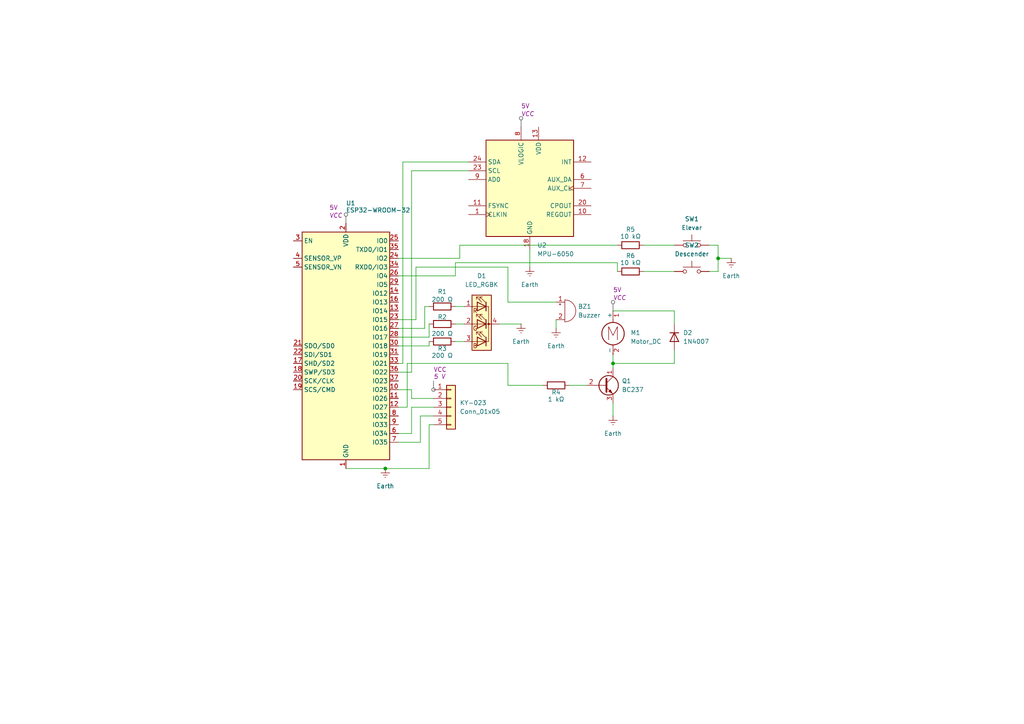
<source format=kicad_sch>
(kicad_sch
	(version 20250114)
	(generator "eeschema")
	(generator_version "9.0")
	(uuid "7b73976c-1442-4f61-8ac8-e109a2c89a2d")
	(paper "A4")
	(title_block
		(title "Drone Simulator")
		(company "BLAKE")
	)
	(lib_symbols
		(symbol "Connector_Generic:Conn_01x05"
			(pin_names
				(offset 1.016)
				(hide yes)
			)
			(exclude_from_sim no)
			(in_bom yes)
			(on_board yes)
			(property "Reference" "J"
				(at 0 7.62 0)
				(effects
					(font
						(size 1.27 1.27)
					)
				)
			)
			(property "Value" "Conn_01x05"
				(at 0 -7.62 0)
				(effects
					(font
						(size 1.27 1.27)
					)
				)
			)
			(property "Footprint" ""
				(at 0 0 0)
				(effects
					(font
						(size 1.27 1.27)
					)
					(hide yes)
				)
			)
			(property "Datasheet" "~"
				(at 0 0 0)
				(effects
					(font
						(size 1.27 1.27)
					)
					(hide yes)
				)
			)
			(property "Description" "Generic connector, single row, 01x05, script generated (kicad-library-utils/schlib/autogen/connector/)"
				(at 0 0 0)
				(effects
					(font
						(size 1.27 1.27)
					)
					(hide yes)
				)
			)
			(property "ki_keywords" "connector"
				(at 0 0 0)
				(effects
					(font
						(size 1.27 1.27)
					)
					(hide yes)
				)
			)
			(property "ki_fp_filters" "Connector*:*_1x??_*"
				(at 0 0 0)
				(effects
					(font
						(size 1.27 1.27)
					)
					(hide yes)
				)
			)
			(symbol "Conn_01x05_1_1"
				(rectangle
					(start -1.27 6.35)
					(end 1.27 -6.35)
					(stroke
						(width 0.254)
						(type default)
					)
					(fill
						(type background)
					)
				)
				(rectangle
					(start -1.27 5.207)
					(end 0 4.953)
					(stroke
						(width 0.1524)
						(type default)
					)
					(fill
						(type none)
					)
				)
				(rectangle
					(start -1.27 2.667)
					(end 0 2.413)
					(stroke
						(width 0.1524)
						(type default)
					)
					(fill
						(type none)
					)
				)
				(rectangle
					(start -1.27 0.127)
					(end 0 -0.127)
					(stroke
						(width 0.1524)
						(type default)
					)
					(fill
						(type none)
					)
				)
				(rectangle
					(start -1.27 -2.413)
					(end 0 -2.667)
					(stroke
						(width 0.1524)
						(type default)
					)
					(fill
						(type none)
					)
				)
				(rectangle
					(start -1.27 -4.953)
					(end 0 -5.207)
					(stroke
						(width 0.1524)
						(type default)
					)
					(fill
						(type none)
					)
				)
				(pin passive line
					(at -5.08 5.08 0)
					(length 3.81)
					(name "Pin_1"
						(effects
							(font
								(size 1.27 1.27)
							)
						)
					)
					(number "1"
						(effects
							(font
								(size 1.27 1.27)
							)
						)
					)
				)
				(pin passive line
					(at -5.08 2.54 0)
					(length 3.81)
					(name "Pin_2"
						(effects
							(font
								(size 1.27 1.27)
							)
						)
					)
					(number "2"
						(effects
							(font
								(size 1.27 1.27)
							)
						)
					)
				)
				(pin passive line
					(at -5.08 0 0)
					(length 3.81)
					(name "Pin_3"
						(effects
							(font
								(size 1.27 1.27)
							)
						)
					)
					(number "3"
						(effects
							(font
								(size 1.27 1.27)
							)
						)
					)
				)
				(pin passive line
					(at -5.08 -2.54 0)
					(length 3.81)
					(name "Pin_4"
						(effects
							(font
								(size 1.27 1.27)
							)
						)
					)
					(number "4"
						(effects
							(font
								(size 1.27 1.27)
							)
						)
					)
				)
				(pin passive line
					(at -5.08 -5.08 0)
					(length 3.81)
					(name "Pin_5"
						(effects
							(font
								(size 1.27 1.27)
							)
						)
					)
					(number "5"
						(effects
							(font
								(size 1.27 1.27)
							)
						)
					)
				)
			)
			(embedded_fonts no)
		)
		(symbol "Device:Buzzer"
			(pin_names
				(offset 0.0254)
				(hide yes)
			)
			(exclude_from_sim no)
			(in_bom yes)
			(on_board yes)
			(property "Reference" "BZ"
				(at 3.81 1.27 0)
				(effects
					(font
						(size 1.27 1.27)
					)
					(justify left)
				)
			)
			(property "Value" "Buzzer"
				(at 3.81 -1.27 0)
				(effects
					(font
						(size 1.27 1.27)
					)
					(justify left)
				)
			)
			(property "Footprint" ""
				(at -0.635 2.54 90)
				(effects
					(font
						(size 1.27 1.27)
					)
					(hide yes)
				)
			)
			(property "Datasheet" "~"
				(at -0.635 2.54 90)
				(effects
					(font
						(size 1.27 1.27)
					)
					(hide yes)
				)
			)
			(property "Description" "Buzzer, polarized"
				(at 0 0 0)
				(effects
					(font
						(size 1.27 1.27)
					)
					(hide yes)
				)
			)
			(property "ki_keywords" "quartz resonator ceramic"
				(at 0 0 0)
				(effects
					(font
						(size 1.27 1.27)
					)
					(hide yes)
				)
			)
			(property "ki_fp_filters" "*Buzzer*"
				(at 0 0 0)
				(effects
					(font
						(size 1.27 1.27)
					)
					(hide yes)
				)
			)
			(symbol "Buzzer_0_1"
				(polyline
					(pts
						(xy -1.651 1.905) (xy -1.143 1.905)
					)
					(stroke
						(width 0)
						(type default)
					)
					(fill
						(type none)
					)
				)
				(polyline
					(pts
						(xy -1.397 2.159) (xy -1.397 1.651)
					)
					(stroke
						(width 0)
						(type default)
					)
					(fill
						(type none)
					)
				)
				(arc
					(start 0 3.175)
					(mid 3.1612 0)
					(end 0 -3.175)
					(stroke
						(width 0)
						(type default)
					)
					(fill
						(type none)
					)
				)
				(polyline
					(pts
						(xy 0 3.175) (xy 0 -3.175)
					)
					(stroke
						(width 0)
						(type default)
					)
					(fill
						(type none)
					)
				)
			)
			(symbol "Buzzer_1_1"
				(pin passive line
					(at -2.54 2.54 0)
					(length 2.54)
					(name "+"
						(effects
							(font
								(size 1.27 1.27)
							)
						)
					)
					(number "1"
						(effects
							(font
								(size 1.27 1.27)
							)
						)
					)
				)
				(pin passive line
					(at -2.54 -2.54 0)
					(length 2.54)
					(name "-"
						(effects
							(font
								(size 1.27 1.27)
							)
						)
					)
					(number "2"
						(effects
							(font
								(size 1.27 1.27)
							)
						)
					)
				)
			)
			(embedded_fonts no)
		)
		(symbol "Device:LED_RGBK"
			(pin_names
				(offset 0)
				(hide yes)
			)
			(exclude_from_sim no)
			(in_bom yes)
			(on_board yes)
			(property "Reference" "D"
				(at 0 9.398 0)
				(effects
					(font
						(size 1.27 1.27)
					)
				)
			)
			(property "Value" "LED_RGBK"
				(at 0 -8.89 0)
				(effects
					(font
						(size 1.27 1.27)
					)
				)
			)
			(property "Footprint" ""
				(at 0 -1.27 0)
				(effects
					(font
						(size 1.27 1.27)
					)
					(hide yes)
				)
			)
			(property "Datasheet" "~"
				(at 0 -1.27 0)
				(effects
					(font
						(size 1.27 1.27)
					)
					(hide yes)
				)
			)
			(property "Description" "RGB LED, red/green/blue/cathode"
				(at 0 0 0)
				(effects
					(font
						(size 1.27 1.27)
					)
					(hide yes)
				)
			)
			(property "ki_keywords" "LED RGB diode"
				(at 0 0 0)
				(effects
					(font
						(size 1.27 1.27)
					)
					(hide yes)
				)
			)
			(property "ki_fp_filters" "LED* LED_SMD:* LED_THT:*"
				(at 0 0 0)
				(effects
					(font
						(size 1.27 1.27)
					)
					(hide yes)
				)
			)
			(symbol "LED_RGBK_0_0"
				(text "R"
					(at 1.905 3.81 0)
					(effects
						(font
							(size 1.27 1.27)
						)
					)
				)
				(text "G"
					(at 1.905 -1.27 0)
					(effects
						(font
							(size 1.27 1.27)
						)
					)
				)
				(text "B"
					(at 1.905 -6.35 0)
					(effects
						(font
							(size 1.27 1.27)
						)
					)
				)
			)
			(symbol "LED_RGBK_0_1"
				(circle
					(center -2.032 0)
					(radius 0.254)
					(stroke
						(width 0)
						(type default)
					)
					(fill
						(type outline)
					)
				)
				(polyline
					(pts
						(xy -1.27 6.35) (xy -1.27 3.81)
					)
					(stroke
						(width 0.254)
						(type default)
					)
					(fill
						(type none)
					)
				)
				(polyline
					(pts
						(xy -1.27 6.35) (xy -1.27 3.81) (xy -1.27 3.81)
					)
					(stroke
						(width 0)
						(type default)
					)
					(fill
						(type none)
					)
				)
				(polyline
					(pts
						(xy -1.27 5.08) (xy 1.27 5.08)
					)
					(stroke
						(width 0)
						(type default)
					)
					(fill
						(type none)
					)
				)
				(polyline
					(pts
						(xy -1.27 5.08) (xy -2.032 5.08) (xy -2.032 -5.08) (xy -1.016 -5.08)
					)
					(stroke
						(width 0)
						(type default)
					)
					(fill
						(type none)
					)
				)
				(polyline
					(pts
						(xy -1.27 1.27) (xy -1.27 -1.27)
					)
					(stroke
						(width 0.254)
						(type default)
					)
					(fill
						(type none)
					)
				)
				(polyline
					(pts
						(xy -1.27 1.27) (xy -1.27 -1.27) (xy -1.27 -1.27)
					)
					(stroke
						(width 0)
						(type default)
					)
					(fill
						(type none)
					)
				)
				(polyline
					(pts
						(xy -1.27 0) (xy -2.54 0)
					)
					(stroke
						(width 0)
						(type default)
					)
					(fill
						(type none)
					)
				)
				(polyline
					(pts
						(xy -1.27 -3.81) (xy -1.27 -6.35)
					)
					(stroke
						(width 0.254)
						(type default)
					)
					(fill
						(type none)
					)
				)
				(polyline
					(pts
						(xy -1.27 -5.08) (xy 1.27 -5.08)
					)
					(stroke
						(width 0)
						(type default)
					)
					(fill
						(type none)
					)
				)
				(polyline
					(pts
						(xy -1.016 6.35) (xy 0.508 7.874) (xy -0.254 7.874) (xy 0.508 7.874) (xy 0.508 7.112)
					)
					(stroke
						(width 0)
						(type default)
					)
					(fill
						(type none)
					)
				)
				(polyline
					(pts
						(xy -1.016 1.27) (xy 0.508 2.794) (xy -0.254 2.794) (xy 0.508 2.794) (xy 0.508 2.032)
					)
					(stroke
						(width 0)
						(type default)
					)
					(fill
						(type none)
					)
				)
				(polyline
					(pts
						(xy -1.016 -3.81) (xy 0.508 -2.286) (xy -0.254 -2.286) (xy 0.508 -2.286) (xy 0.508 -3.048)
					)
					(stroke
						(width 0)
						(type default)
					)
					(fill
						(type none)
					)
				)
				(polyline
					(pts
						(xy 0 6.35) (xy 1.524 7.874) (xy 0.762 7.874) (xy 1.524 7.874) (xy 1.524 7.112)
					)
					(stroke
						(width 0)
						(type default)
					)
					(fill
						(type none)
					)
				)
				(polyline
					(pts
						(xy 0 1.27) (xy 1.524 2.794) (xy 0.762 2.794) (xy 1.524 2.794) (xy 1.524 2.032)
					)
					(stroke
						(width 0)
						(type default)
					)
					(fill
						(type none)
					)
				)
				(polyline
					(pts
						(xy 0 -3.81) (xy 1.524 -2.286) (xy 0.762 -2.286) (xy 1.524 -2.286) (xy 1.524 -3.048)
					)
					(stroke
						(width 0)
						(type default)
					)
					(fill
						(type none)
					)
				)
				(polyline
					(pts
						(xy 1.27 6.35) (xy 1.27 3.81) (xy -1.27 5.08) (xy 1.27 6.35)
					)
					(stroke
						(width 0.254)
						(type default)
					)
					(fill
						(type none)
					)
				)
				(rectangle
					(start 1.27 6.35)
					(end 1.27 6.35)
					(stroke
						(width 0)
						(type default)
					)
					(fill
						(type none)
					)
				)
				(polyline
					(pts
						(xy 1.27 5.08) (xy 2.54 5.08)
					)
					(stroke
						(width 0)
						(type default)
					)
					(fill
						(type none)
					)
				)
				(rectangle
					(start 1.27 3.81)
					(end 1.27 6.35)
					(stroke
						(width 0)
						(type default)
					)
					(fill
						(type none)
					)
				)
				(polyline
					(pts
						(xy 1.27 1.27) (xy 1.27 -1.27) (xy -1.27 0) (xy 1.27 1.27)
					)
					(stroke
						(width 0.254)
						(type default)
					)
					(fill
						(type none)
					)
				)
				(rectangle
					(start 1.27 1.27)
					(end 1.27 1.27)
					(stroke
						(width 0)
						(type default)
					)
					(fill
						(type none)
					)
				)
				(polyline
					(pts
						(xy 1.27 0) (xy -1.27 0)
					)
					(stroke
						(width 0)
						(type default)
					)
					(fill
						(type none)
					)
				)
				(polyline
					(pts
						(xy 1.27 0) (xy 2.54 0)
					)
					(stroke
						(width 0)
						(type default)
					)
					(fill
						(type none)
					)
				)
				(rectangle
					(start 1.27 -1.27)
					(end 1.27 1.27)
					(stroke
						(width 0)
						(type default)
					)
					(fill
						(type none)
					)
				)
				(polyline
					(pts
						(xy 1.27 -3.81) (xy 1.27 -6.35) (xy -1.27 -5.08) (xy 1.27 -3.81)
					)
					(stroke
						(width 0.254)
						(type default)
					)
					(fill
						(type none)
					)
				)
				(polyline
					(pts
						(xy 1.27 -5.08) (xy 2.54 -5.08)
					)
					(stroke
						(width 0)
						(type default)
					)
					(fill
						(type none)
					)
				)
				(rectangle
					(start 2.794 8.382)
					(end -2.794 -7.62)
					(stroke
						(width 0.254)
						(type default)
					)
					(fill
						(type background)
					)
				)
			)
			(symbol "LED_RGBK_1_1"
				(pin passive line
					(at -5.08 0 0)
					(length 2.54)
					(name "K"
						(effects
							(font
								(size 1.27 1.27)
							)
						)
					)
					(number "4"
						(effects
							(font
								(size 1.27 1.27)
							)
						)
					)
				)
				(pin passive line
					(at 5.08 5.08 180)
					(length 2.54)
					(name "RA"
						(effects
							(font
								(size 1.27 1.27)
							)
						)
					)
					(number "1"
						(effects
							(font
								(size 1.27 1.27)
							)
						)
					)
				)
				(pin passive line
					(at 5.08 0 180)
					(length 2.54)
					(name "GA"
						(effects
							(font
								(size 1.27 1.27)
							)
						)
					)
					(number "2"
						(effects
							(font
								(size 1.27 1.27)
							)
						)
					)
				)
				(pin passive line
					(at 5.08 -5.08 180)
					(length 2.54)
					(name "BA"
						(effects
							(font
								(size 1.27 1.27)
							)
						)
					)
					(number "3"
						(effects
							(font
								(size 1.27 1.27)
							)
						)
					)
				)
			)
			(embedded_fonts no)
		)
		(symbol "Device:R"
			(pin_numbers
				(hide yes)
			)
			(pin_names
				(offset 0)
			)
			(exclude_from_sim no)
			(in_bom yes)
			(on_board yes)
			(property "Reference" "R"
				(at 2.032 0 90)
				(effects
					(font
						(size 1.27 1.27)
					)
				)
			)
			(property "Value" "R"
				(at 0 0 90)
				(effects
					(font
						(size 1.27 1.27)
					)
				)
			)
			(property "Footprint" ""
				(at -1.778 0 90)
				(effects
					(font
						(size 1.27 1.27)
					)
					(hide yes)
				)
			)
			(property "Datasheet" "~"
				(at 0 0 0)
				(effects
					(font
						(size 1.27 1.27)
					)
					(hide yes)
				)
			)
			(property "Description" "Resistor"
				(at 0 0 0)
				(effects
					(font
						(size 1.27 1.27)
					)
					(hide yes)
				)
			)
			(property "ki_keywords" "R res resistor"
				(at 0 0 0)
				(effects
					(font
						(size 1.27 1.27)
					)
					(hide yes)
				)
			)
			(property "ki_fp_filters" "R_*"
				(at 0 0 0)
				(effects
					(font
						(size 1.27 1.27)
					)
					(hide yes)
				)
			)
			(symbol "R_0_1"
				(rectangle
					(start -1.016 -2.54)
					(end 1.016 2.54)
					(stroke
						(width 0.254)
						(type default)
					)
					(fill
						(type none)
					)
				)
			)
			(symbol "R_1_1"
				(pin passive line
					(at 0 3.81 270)
					(length 1.27)
					(name "~"
						(effects
							(font
								(size 1.27 1.27)
							)
						)
					)
					(number "1"
						(effects
							(font
								(size 1.27 1.27)
							)
						)
					)
				)
				(pin passive line
					(at 0 -3.81 90)
					(length 1.27)
					(name "~"
						(effects
							(font
								(size 1.27 1.27)
							)
						)
					)
					(number "2"
						(effects
							(font
								(size 1.27 1.27)
							)
						)
					)
				)
			)
			(embedded_fonts no)
		)
		(symbol "Diode:1N4007"
			(pin_numbers
				(hide yes)
			)
			(pin_names
				(hide yes)
			)
			(exclude_from_sim no)
			(in_bom yes)
			(on_board yes)
			(property "Reference" "D"
				(at 0 2.54 0)
				(effects
					(font
						(size 1.27 1.27)
					)
				)
			)
			(property "Value" "1N4007"
				(at 0 -2.54 0)
				(effects
					(font
						(size 1.27 1.27)
					)
				)
			)
			(property "Footprint" "Diode_THT:D_DO-41_SOD81_P10.16mm_Horizontal"
				(at 0 -4.445 0)
				(effects
					(font
						(size 1.27 1.27)
					)
					(hide yes)
				)
			)
			(property "Datasheet" "http://www.vishay.com/docs/88503/1n4001.pdf"
				(at 0 0 0)
				(effects
					(font
						(size 1.27 1.27)
					)
					(hide yes)
				)
			)
			(property "Description" "1000V 1A General Purpose Rectifier Diode, DO-41"
				(at 0 0 0)
				(effects
					(font
						(size 1.27 1.27)
					)
					(hide yes)
				)
			)
			(property "Sim.Device" "D"
				(at 0 0 0)
				(effects
					(font
						(size 1.27 1.27)
					)
					(hide yes)
				)
			)
			(property "Sim.Pins" "1=K 2=A"
				(at 0 0 0)
				(effects
					(font
						(size 1.27 1.27)
					)
					(hide yes)
				)
			)
			(property "ki_keywords" "diode"
				(at 0 0 0)
				(effects
					(font
						(size 1.27 1.27)
					)
					(hide yes)
				)
			)
			(property "ki_fp_filters" "D*DO?41*"
				(at 0 0 0)
				(effects
					(font
						(size 1.27 1.27)
					)
					(hide yes)
				)
			)
			(symbol "1N4007_0_1"
				(polyline
					(pts
						(xy -1.27 1.27) (xy -1.27 -1.27)
					)
					(stroke
						(width 0.254)
						(type default)
					)
					(fill
						(type none)
					)
				)
				(polyline
					(pts
						(xy 1.27 1.27) (xy 1.27 -1.27) (xy -1.27 0) (xy 1.27 1.27)
					)
					(stroke
						(width 0.254)
						(type default)
					)
					(fill
						(type none)
					)
				)
				(polyline
					(pts
						(xy 1.27 0) (xy -1.27 0)
					)
					(stroke
						(width 0)
						(type default)
					)
					(fill
						(type none)
					)
				)
			)
			(symbol "1N4007_1_1"
				(pin passive line
					(at -3.81 0 0)
					(length 2.54)
					(name "K"
						(effects
							(font
								(size 1.27 1.27)
							)
						)
					)
					(number "1"
						(effects
							(font
								(size 1.27 1.27)
							)
						)
					)
				)
				(pin passive line
					(at 3.81 0 180)
					(length 2.54)
					(name "A"
						(effects
							(font
								(size 1.27 1.27)
							)
						)
					)
					(number "2"
						(effects
							(font
								(size 1.27 1.27)
							)
						)
					)
				)
			)
			(embedded_fonts no)
		)
		(symbol "Motor:Motor_DC"
			(pin_names
				(offset 0)
			)
			(exclude_from_sim no)
			(in_bom yes)
			(on_board yes)
			(property "Reference" "M"
				(at 2.54 2.54 0)
				(effects
					(font
						(size 1.27 1.27)
					)
					(justify left)
				)
			)
			(property "Value" "Motor_DC"
				(at 2.54 -5.08 0)
				(effects
					(font
						(size 1.27 1.27)
					)
					(justify left top)
				)
			)
			(property "Footprint" ""
				(at 0 -2.286 0)
				(effects
					(font
						(size 1.27 1.27)
					)
					(hide yes)
				)
			)
			(property "Datasheet" "~"
				(at 0 -2.286 0)
				(effects
					(font
						(size 1.27 1.27)
					)
					(hide yes)
				)
			)
			(property "Description" "DC Motor"
				(at 0 0 0)
				(effects
					(font
						(size 1.27 1.27)
					)
					(hide yes)
				)
			)
			(property "ki_keywords" "DC Motor"
				(at 0 0 0)
				(effects
					(font
						(size 1.27 1.27)
					)
					(hide yes)
				)
			)
			(property "ki_fp_filters" "PinHeader*P2.54mm* TerminalBlock*"
				(at 0 0 0)
				(effects
					(font
						(size 1.27 1.27)
					)
					(hide yes)
				)
			)
			(symbol "Motor_DC_0_0"
				(polyline
					(pts
						(xy -1.27 -3.302) (xy -1.27 0.508) (xy 0 -2.032) (xy 1.27 0.508) (xy 1.27 -3.302)
					)
					(stroke
						(width 0)
						(type default)
					)
					(fill
						(type none)
					)
				)
			)
			(symbol "Motor_DC_0_1"
				(polyline
					(pts
						(xy 0 2.032) (xy 0 2.54)
					)
					(stroke
						(width 0)
						(type default)
					)
					(fill
						(type none)
					)
				)
				(polyline
					(pts
						(xy 0 1.7272) (xy 0 2.0828)
					)
					(stroke
						(width 0)
						(type default)
					)
					(fill
						(type none)
					)
				)
				(circle
					(center 0 -1.524)
					(radius 3.2512)
					(stroke
						(width 0.254)
						(type default)
					)
					(fill
						(type none)
					)
				)
				(polyline
					(pts
						(xy 0 -4.7752) (xy 0 -5.1816)
					)
					(stroke
						(width 0)
						(type default)
					)
					(fill
						(type none)
					)
				)
				(polyline
					(pts
						(xy 0 -7.62) (xy 0 -7.112)
					)
					(stroke
						(width 0)
						(type default)
					)
					(fill
						(type none)
					)
				)
			)
			(symbol "Motor_DC_1_1"
				(pin passive line
					(at 0 5.08 270)
					(length 2.54)
					(name "+"
						(effects
							(font
								(size 1.27 1.27)
							)
						)
					)
					(number "1"
						(effects
							(font
								(size 1.27 1.27)
							)
						)
					)
				)
				(pin passive line
					(at 0 -7.62 90)
					(length 2.54)
					(name "-"
						(effects
							(font
								(size 1.27 1.27)
							)
						)
					)
					(number "2"
						(effects
							(font
								(size 1.27 1.27)
							)
						)
					)
				)
			)
			(embedded_fonts no)
		)
		(symbol "RF_Module:ESP32-WROOM-32"
			(exclude_from_sim no)
			(in_bom yes)
			(on_board yes)
			(property "Reference" "U"
				(at -12.7 34.29 0)
				(effects
					(font
						(size 1.27 1.27)
					)
					(justify left)
				)
			)
			(property "Value" "ESP32-WROOM-32"
				(at 1.27 34.29 0)
				(effects
					(font
						(size 1.27 1.27)
					)
					(justify left)
				)
			)
			(property "Footprint" "RF_Module:ESP32-WROOM-32"
				(at 0 -38.1 0)
				(effects
					(font
						(size 1.27 1.27)
					)
					(hide yes)
				)
			)
			(property "Datasheet" "https://www.espressif.com/sites/default/files/documentation/esp32-wroom-32_datasheet_en.pdf"
				(at -7.62 1.27 0)
				(effects
					(font
						(size 1.27 1.27)
					)
					(hide yes)
				)
			)
			(property "Description" "RF Module, ESP32-D0WDQ6 SoC, Wi-Fi 802.11b/g/n, Bluetooth, BLE, 32-bit, 2.7-3.6V, onboard antenna, SMD"
				(at 0 0 0)
				(effects
					(font
						(size 1.27 1.27)
					)
					(hide yes)
				)
			)
			(property "ki_keywords" "RF Radio BT ESP ESP32 Espressif onboard PCB antenna"
				(at 0 0 0)
				(effects
					(font
						(size 1.27 1.27)
					)
					(hide yes)
				)
			)
			(property "ki_fp_filters" "ESP32?WROOM?32*"
				(at 0 0 0)
				(effects
					(font
						(size 1.27 1.27)
					)
					(hide yes)
				)
			)
			(symbol "ESP32-WROOM-32_0_1"
				(rectangle
					(start -12.7 33.02)
					(end 12.7 -33.02)
					(stroke
						(width 0.254)
						(type default)
					)
					(fill
						(type background)
					)
				)
			)
			(symbol "ESP32-WROOM-32_1_1"
				(pin input line
					(at -15.24 30.48 0)
					(length 2.54)
					(name "EN"
						(effects
							(font
								(size 1.27 1.27)
							)
						)
					)
					(number "3"
						(effects
							(font
								(size 1.27 1.27)
							)
						)
					)
				)
				(pin input line
					(at -15.24 25.4 0)
					(length 2.54)
					(name "SENSOR_VP"
						(effects
							(font
								(size 1.27 1.27)
							)
						)
					)
					(number "4"
						(effects
							(font
								(size 1.27 1.27)
							)
						)
					)
				)
				(pin input line
					(at -15.24 22.86 0)
					(length 2.54)
					(name "SENSOR_VN"
						(effects
							(font
								(size 1.27 1.27)
							)
						)
					)
					(number "5"
						(effects
							(font
								(size 1.27 1.27)
							)
						)
					)
				)
				(pin bidirectional line
					(at -15.24 0 0)
					(length 2.54)
					(name "SDO/SD0"
						(effects
							(font
								(size 1.27 1.27)
							)
						)
					)
					(number "21"
						(effects
							(font
								(size 1.27 1.27)
							)
						)
					)
				)
				(pin bidirectional line
					(at -15.24 -2.54 0)
					(length 2.54)
					(name "SDI/SD1"
						(effects
							(font
								(size 1.27 1.27)
							)
						)
					)
					(number "22"
						(effects
							(font
								(size 1.27 1.27)
							)
						)
					)
				)
				(pin bidirectional line
					(at -15.24 -5.08 0)
					(length 2.54)
					(name "SHD/SD2"
						(effects
							(font
								(size 1.27 1.27)
							)
						)
					)
					(number "17"
						(effects
							(font
								(size 1.27 1.27)
							)
						)
					)
				)
				(pin bidirectional line
					(at -15.24 -7.62 0)
					(length 2.54)
					(name "SWP/SD3"
						(effects
							(font
								(size 1.27 1.27)
							)
						)
					)
					(number "18"
						(effects
							(font
								(size 1.27 1.27)
							)
						)
					)
				)
				(pin bidirectional line
					(at -15.24 -10.16 0)
					(length 2.54)
					(name "SCK/CLK"
						(effects
							(font
								(size 1.27 1.27)
							)
						)
					)
					(number "20"
						(effects
							(font
								(size 1.27 1.27)
							)
						)
					)
				)
				(pin bidirectional line
					(at -15.24 -12.7 0)
					(length 2.54)
					(name "SCS/CMD"
						(effects
							(font
								(size 1.27 1.27)
							)
						)
					)
					(number "19"
						(effects
							(font
								(size 1.27 1.27)
							)
						)
					)
				)
				(pin no_connect line
					(at -12.7 -27.94 0)
					(length 2.54)
					(hide yes)
					(name "NC"
						(effects
							(font
								(size 1.27 1.27)
							)
						)
					)
					(number "32"
						(effects
							(font
								(size 1.27 1.27)
							)
						)
					)
				)
				(pin power_in line
					(at 0 35.56 270)
					(length 2.54)
					(name "VDD"
						(effects
							(font
								(size 1.27 1.27)
							)
						)
					)
					(number "2"
						(effects
							(font
								(size 1.27 1.27)
							)
						)
					)
				)
				(pin power_in line
					(at 0 -35.56 90)
					(length 2.54)
					(name "GND"
						(effects
							(font
								(size 1.27 1.27)
							)
						)
					)
					(number "1"
						(effects
							(font
								(size 1.27 1.27)
							)
						)
					)
				)
				(pin passive line
					(at 0 -35.56 90)
					(length 2.54)
					(hide yes)
					(name "GND"
						(effects
							(font
								(size 1.27 1.27)
							)
						)
					)
					(number "15"
						(effects
							(font
								(size 1.27 1.27)
							)
						)
					)
				)
				(pin passive line
					(at 0 -35.56 90)
					(length 2.54)
					(hide yes)
					(name "GND"
						(effects
							(font
								(size 1.27 1.27)
							)
						)
					)
					(number "38"
						(effects
							(font
								(size 1.27 1.27)
							)
						)
					)
				)
				(pin passive line
					(at 0 -35.56 90)
					(length 2.54)
					(hide yes)
					(name "GND"
						(effects
							(font
								(size 1.27 1.27)
							)
						)
					)
					(number "39"
						(effects
							(font
								(size 1.27 1.27)
							)
						)
					)
				)
				(pin bidirectional line
					(at 15.24 30.48 180)
					(length 2.54)
					(name "IO0"
						(effects
							(font
								(size 1.27 1.27)
							)
						)
					)
					(number "25"
						(effects
							(font
								(size 1.27 1.27)
							)
						)
					)
				)
				(pin bidirectional line
					(at 15.24 27.94 180)
					(length 2.54)
					(name "TXD0/IO1"
						(effects
							(font
								(size 1.27 1.27)
							)
						)
					)
					(number "35"
						(effects
							(font
								(size 1.27 1.27)
							)
						)
					)
				)
				(pin bidirectional line
					(at 15.24 25.4 180)
					(length 2.54)
					(name "IO2"
						(effects
							(font
								(size 1.27 1.27)
							)
						)
					)
					(number "24"
						(effects
							(font
								(size 1.27 1.27)
							)
						)
					)
				)
				(pin bidirectional line
					(at 15.24 22.86 180)
					(length 2.54)
					(name "RXD0/IO3"
						(effects
							(font
								(size 1.27 1.27)
							)
						)
					)
					(number "34"
						(effects
							(font
								(size 1.27 1.27)
							)
						)
					)
				)
				(pin bidirectional line
					(at 15.24 20.32 180)
					(length 2.54)
					(name "IO4"
						(effects
							(font
								(size 1.27 1.27)
							)
						)
					)
					(number "26"
						(effects
							(font
								(size 1.27 1.27)
							)
						)
					)
				)
				(pin bidirectional line
					(at 15.24 17.78 180)
					(length 2.54)
					(name "IO5"
						(effects
							(font
								(size 1.27 1.27)
							)
						)
					)
					(number "29"
						(effects
							(font
								(size 1.27 1.27)
							)
						)
					)
				)
				(pin bidirectional line
					(at 15.24 15.24 180)
					(length 2.54)
					(name "IO12"
						(effects
							(font
								(size 1.27 1.27)
							)
						)
					)
					(number "14"
						(effects
							(font
								(size 1.27 1.27)
							)
						)
					)
				)
				(pin bidirectional line
					(at 15.24 12.7 180)
					(length 2.54)
					(name "IO13"
						(effects
							(font
								(size 1.27 1.27)
							)
						)
					)
					(number "16"
						(effects
							(font
								(size 1.27 1.27)
							)
						)
					)
				)
				(pin bidirectional line
					(at 15.24 10.16 180)
					(length 2.54)
					(name "IO14"
						(effects
							(font
								(size 1.27 1.27)
							)
						)
					)
					(number "13"
						(effects
							(font
								(size 1.27 1.27)
							)
						)
					)
				)
				(pin bidirectional line
					(at 15.24 7.62 180)
					(length 2.54)
					(name "IO15"
						(effects
							(font
								(size 1.27 1.27)
							)
						)
					)
					(number "23"
						(effects
							(font
								(size 1.27 1.27)
							)
						)
					)
				)
				(pin bidirectional line
					(at 15.24 5.08 180)
					(length 2.54)
					(name "IO16"
						(effects
							(font
								(size 1.27 1.27)
							)
						)
					)
					(number "27"
						(effects
							(font
								(size 1.27 1.27)
							)
						)
					)
				)
				(pin bidirectional line
					(at 15.24 2.54 180)
					(length 2.54)
					(name "IO17"
						(effects
							(font
								(size 1.27 1.27)
							)
						)
					)
					(number "28"
						(effects
							(font
								(size 1.27 1.27)
							)
						)
					)
				)
				(pin bidirectional line
					(at 15.24 0 180)
					(length 2.54)
					(name "IO18"
						(effects
							(font
								(size 1.27 1.27)
							)
						)
					)
					(number "30"
						(effects
							(font
								(size 1.27 1.27)
							)
						)
					)
				)
				(pin bidirectional line
					(at 15.24 -2.54 180)
					(length 2.54)
					(name "IO19"
						(effects
							(font
								(size 1.27 1.27)
							)
						)
					)
					(number "31"
						(effects
							(font
								(size 1.27 1.27)
							)
						)
					)
				)
				(pin bidirectional line
					(at 15.24 -5.08 180)
					(length 2.54)
					(name "IO21"
						(effects
							(font
								(size 1.27 1.27)
							)
						)
					)
					(number "33"
						(effects
							(font
								(size 1.27 1.27)
							)
						)
					)
				)
				(pin bidirectional line
					(at 15.24 -7.62 180)
					(length 2.54)
					(name "IO22"
						(effects
							(font
								(size 1.27 1.27)
							)
						)
					)
					(number "36"
						(effects
							(font
								(size 1.27 1.27)
							)
						)
					)
				)
				(pin bidirectional line
					(at 15.24 -10.16 180)
					(length 2.54)
					(name "IO23"
						(effects
							(font
								(size 1.27 1.27)
							)
						)
					)
					(number "37"
						(effects
							(font
								(size 1.27 1.27)
							)
						)
					)
				)
				(pin bidirectional line
					(at 15.24 -12.7 180)
					(length 2.54)
					(name "IO25"
						(effects
							(font
								(size 1.27 1.27)
							)
						)
					)
					(number "10"
						(effects
							(font
								(size 1.27 1.27)
							)
						)
					)
				)
				(pin bidirectional line
					(at 15.24 -15.24 180)
					(length 2.54)
					(name "IO26"
						(effects
							(font
								(size 1.27 1.27)
							)
						)
					)
					(number "11"
						(effects
							(font
								(size 1.27 1.27)
							)
						)
					)
				)
				(pin bidirectional line
					(at 15.24 -17.78 180)
					(length 2.54)
					(name "IO27"
						(effects
							(font
								(size 1.27 1.27)
							)
						)
					)
					(number "12"
						(effects
							(font
								(size 1.27 1.27)
							)
						)
					)
				)
				(pin bidirectional line
					(at 15.24 -20.32 180)
					(length 2.54)
					(name "IO32"
						(effects
							(font
								(size 1.27 1.27)
							)
						)
					)
					(number "8"
						(effects
							(font
								(size 1.27 1.27)
							)
						)
					)
				)
				(pin bidirectional line
					(at 15.24 -22.86 180)
					(length 2.54)
					(name "IO33"
						(effects
							(font
								(size 1.27 1.27)
							)
						)
					)
					(number "9"
						(effects
							(font
								(size 1.27 1.27)
							)
						)
					)
				)
				(pin input line
					(at 15.24 -25.4 180)
					(length 2.54)
					(name "IO34"
						(effects
							(font
								(size 1.27 1.27)
							)
						)
					)
					(number "6"
						(effects
							(font
								(size 1.27 1.27)
							)
						)
					)
				)
				(pin input line
					(at 15.24 -27.94 180)
					(length 2.54)
					(name "IO35"
						(effects
							(font
								(size 1.27 1.27)
							)
						)
					)
					(number "7"
						(effects
							(font
								(size 1.27 1.27)
							)
						)
					)
				)
			)
			(embedded_fonts no)
		)
		(symbol "Sensor_Motion:MPU-6050"
			(exclude_from_sim no)
			(in_bom yes)
			(on_board yes)
			(property "Reference" "U"
				(at -11.43 13.97 0)
				(effects
					(font
						(size 1.27 1.27)
					)
				)
			)
			(property "Value" "MPU-6050"
				(at 7.62 -15.24 0)
				(effects
					(font
						(size 1.27 1.27)
					)
				)
			)
			(property "Footprint" "Sensor_Motion:InvenSense_QFN-24_4x4mm_P0.5mm"
				(at 0 -20.32 0)
				(effects
					(font
						(size 1.27 1.27)
					)
					(hide yes)
				)
			)
			(property "Datasheet" "https://invensense.tdk.com/wp-content/uploads/2015/02/MPU-6000-Datasheet1.pdf"
				(at 0 -3.81 0)
				(effects
					(font
						(size 1.27 1.27)
					)
					(hide yes)
				)
			)
			(property "Description" "InvenSense 6-Axis Motion Sensor, Gyroscope, Accelerometer, I2C"
				(at 0 0 0)
				(effects
					(font
						(size 1.27 1.27)
					)
					(hide yes)
				)
			)
			(property "ki_keywords" "mems"
				(at 0 0 0)
				(effects
					(font
						(size 1.27 1.27)
					)
					(hide yes)
				)
			)
			(property "ki_fp_filters" "*QFN*4x4mm*P0.5mm*"
				(at 0 0 0)
				(effects
					(font
						(size 1.27 1.27)
					)
					(hide yes)
				)
			)
			(symbol "MPU-6050_0_0"
				(text ""
					(at 12.7 -2.54 0)
					(effects
						(font
							(size 1.27 1.27)
						)
					)
				)
			)
			(symbol "MPU-6050_0_1"
				(rectangle
					(start -12.7 13.97)
					(end 12.7 -13.97)
					(stroke
						(width 0.254)
						(type default)
					)
					(fill
						(type background)
					)
				)
			)
			(symbol "MPU-6050_1_1"
				(pin bidirectional line
					(at -17.78 7.62 0)
					(length 5.08)
					(name "SDA"
						(effects
							(font
								(size 1.27 1.27)
							)
						)
					)
					(number "24"
						(effects
							(font
								(size 1.27 1.27)
							)
						)
					)
				)
				(pin input line
					(at -17.78 5.08 0)
					(length 5.08)
					(name "SCL"
						(effects
							(font
								(size 1.27 1.27)
							)
						)
					)
					(number "23"
						(effects
							(font
								(size 1.27 1.27)
							)
						)
					)
				)
				(pin input line
					(at -17.78 2.54 0)
					(length 5.08)
					(name "AD0"
						(effects
							(font
								(size 1.27 1.27)
							)
						)
					)
					(number "9"
						(effects
							(font
								(size 1.27 1.27)
							)
						)
					)
				)
				(pin input line
					(at -17.78 -5.08 0)
					(length 5.08)
					(name "FSYNC"
						(effects
							(font
								(size 1.27 1.27)
							)
						)
					)
					(number "11"
						(effects
							(font
								(size 1.27 1.27)
							)
						)
					)
				)
				(pin input clock
					(at -17.78 -7.62 0)
					(length 5.08)
					(name "CLKIN"
						(effects
							(font
								(size 1.27 1.27)
							)
						)
					)
					(number "1"
						(effects
							(font
								(size 1.27 1.27)
							)
						)
					)
				)
				(pin no_connect line
					(at -12.7 12.7 0)
					(length 2.54)
					(hide yes)
					(name "NC"
						(effects
							(font
								(size 1.27 1.27)
							)
						)
					)
					(number "2"
						(effects
							(font
								(size 1.27 1.27)
							)
						)
					)
				)
				(pin no_connect line
					(at -12.7 10.16 0)
					(length 2.54)
					(hide yes)
					(name "NC"
						(effects
							(font
								(size 1.27 1.27)
							)
						)
					)
					(number "3"
						(effects
							(font
								(size 1.27 1.27)
							)
						)
					)
				)
				(pin no_connect line
					(at -12.7 0 0)
					(length 2.54)
					(hide yes)
					(name "NC"
						(effects
							(font
								(size 1.27 1.27)
							)
						)
					)
					(number "4"
						(effects
							(font
								(size 1.27 1.27)
							)
						)
					)
				)
				(pin no_connect line
					(at -12.7 -2.54 0)
					(length 2.54)
					(hide yes)
					(name "NC"
						(effects
							(font
								(size 1.27 1.27)
							)
						)
					)
					(number "5"
						(effects
							(font
								(size 1.27 1.27)
							)
						)
					)
				)
				(pin no_connect line
					(at -12.7 -10.16 0)
					(length 2.54)
					(hide yes)
					(name "NC"
						(effects
							(font
								(size 1.27 1.27)
							)
						)
					)
					(number "14"
						(effects
							(font
								(size 1.27 1.27)
							)
						)
					)
				)
				(pin power_in line
					(at -2.54 17.78 270)
					(length 3.81)
					(name "VLOGIC"
						(effects
							(font
								(size 1.27 1.27)
							)
						)
					)
					(number "8"
						(effects
							(font
								(size 1.27 1.27)
							)
						)
					)
				)
				(pin power_in line
					(at 0 -17.78 90)
					(length 3.81)
					(name "GND"
						(effects
							(font
								(size 1.27 1.27)
							)
						)
					)
					(number "18"
						(effects
							(font
								(size 1.27 1.27)
							)
						)
					)
				)
				(pin power_in line
					(at 2.54 17.78 270)
					(length 3.81)
					(name "VDD"
						(effects
							(font
								(size 1.27 1.27)
							)
						)
					)
					(number "13"
						(effects
							(font
								(size 1.27 1.27)
							)
						)
					)
				)
				(pin no_connect line
					(at 12.7 12.7 180)
					(length 2.54)
					(hide yes)
					(name "NC"
						(effects
							(font
								(size 1.27 1.27)
							)
						)
					)
					(number "15"
						(effects
							(font
								(size 1.27 1.27)
							)
						)
					)
				)
				(pin no_connect line
					(at 12.7 10.16 180)
					(length 2.54)
					(hide yes)
					(name "NC"
						(effects
							(font
								(size 1.27 1.27)
							)
						)
					)
					(number "16"
						(effects
							(font
								(size 1.27 1.27)
							)
						)
					)
				)
				(pin no_connect line
					(at 12.7 5.08 180)
					(length 2.54)
					(hide yes)
					(name "NC"
						(effects
							(font
								(size 1.27 1.27)
							)
						)
					)
					(number "17"
						(effects
							(font
								(size 1.27 1.27)
							)
						)
					)
				)
				(pin no_connect line
					(at 12.7 -2.54 180)
					(length 2.54)
					(hide yes)
					(name "RESV"
						(effects
							(font
								(size 1.27 1.27)
							)
						)
					)
					(number "21"
						(effects
							(font
								(size 1.27 1.27)
							)
						)
					)
				)
				(pin no_connect line
					(at 12.7 -10.16 180)
					(length 2.54)
					(hide yes)
					(name "RESV"
						(effects
							(font
								(size 1.27 1.27)
							)
						)
					)
					(number "19"
						(effects
							(font
								(size 1.27 1.27)
							)
						)
					)
				)
				(pin no_connect line
					(at 12.7 -12.7 180)
					(length 2.54)
					(hide yes)
					(name "RESV"
						(effects
							(font
								(size 1.27 1.27)
							)
						)
					)
					(number "22"
						(effects
							(font
								(size 1.27 1.27)
							)
						)
					)
				)
				(pin output line
					(at 17.78 7.62 180)
					(length 5.08)
					(name "INT"
						(effects
							(font
								(size 1.27 1.27)
							)
						)
					)
					(number "12"
						(effects
							(font
								(size 1.27 1.27)
							)
						)
					)
				)
				(pin bidirectional line
					(at 17.78 2.54 180)
					(length 5.08)
					(name "AUX_DA"
						(effects
							(font
								(size 1.27 1.27)
							)
						)
					)
					(number "6"
						(effects
							(font
								(size 1.27 1.27)
							)
						)
					)
				)
				(pin output clock
					(at 17.78 0 180)
					(length 5.08)
					(name "AUX_CL"
						(effects
							(font
								(size 1.27 1.27)
							)
						)
					)
					(number "7"
						(effects
							(font
								(size 1.27 1.27)
							)
						)
					)
				)
				(pin passive line
					(at 17.78 -5.08 180)
					(length 5.08)
					(name "CPOUT"
						(effects
							(font
								(size 1.27 1.27)
							)
						)
					)
					(number "20"
						(effects
							(font
								(size 1.27 1.27)
							)
						)
					)
				)
				(pin passive line
					(at 17.78 -7.62 180)
					(length 5.08)
					(name "REGOUT"
						(effects
							(font
								(size 1.27 1.27)
							)
						)
					)
					(number "10"
						(effects
							(font
								(size 1.27 1.27)
							)
						)
					)
				)
			)
			(embedded_fonts no)
		)
		(symbol "Switch:SW_Push"
			(pin_numbers
				(hide yes)
			)
			(pin_names
				(offset 1.016)
				(hide yes)
			)
			(exclude_from_sim no)
			(in_bom yes)
			(on_board yes)
			(property "Reference" "SW"
				(at 1.27 2.54 0)
				(effects
					(font
						(size 1.27 1.27)
					)
					(justify left)
				)
			)
			(property "Value" "SW_Push"
				(at 0 -1.524 0)
				(effects
					(font
						(size 1.27 1.27)
					)
				)
			)
			(property "Footprint" ""
				(at 0 5.08 0)
				(effects
					(font
						(size 1.27 1.27)
					)
					(hide yes)
				)
			)
			(property "Datasheet" "~"
				(at 0 5.08 0)
				(effects
					(font
						(size 1.27 1.27)
					)
					(hide yes)
				)
			)
			(property "Description" "Push button switch, generic, two pins"
				(at 0 0 0)
				(effects
					(font
						(size 1.27 1.27)
					)
					(hide yes)
				)
			)
			(property "ki_keywords" "switch normally-open pushbutton push-button"
				(at 0 0 0)
				(effects
					(font
						(size 1.27 1.27)
					)
					(hide yes)
				)
			)
			(symbol "SW_Push_0_1"
				(circle
					(center -2.032 0)
					(radius 0.508)
					(stroke
						(width 0)
						(type default)
					)
					(fill
						(type none)
					)
				)
				(polyline
					(pts
						(xy 0 1.27) (xy 0 3.048)
					)
					(stroke
						(width 0)
						(type default)
					)
					(fill
						(type none)
					)
				)
				(circle
					(center 2.032 0)
					(radius 0.508)
					(stroke
						(width 0)
						(type default)
					)
					(fill
						(type none)
					)
				)
				(polyline
					(pts
						(xy 2.54 1.27) (xy -2.54 1.27)
					)
					(stroke
						(width 0)
						(type default)
					)
					(fill
						(type none)
					)
				)
				(pin passive line
					(at -5.08 0 0)
					(length 2.54)
					(name "1"
						(effects
							(font
								(size 1.27 1.27)
							)
						)
					)
					(number "1"
						(effects
							(font
								(size 1.27 1.27)
							)
						)
					)
				)
				(pin passive line
					(at 5.08 0 180)
					(length 2.54)
					(name "2"
						(effects
							(font
								(size 1.27 1.27)
							)
						)
					)
					(number "2"
						(effects
							(font
								(size 1.27 1.27)
							)
						)
					)
				)
			)
			(embedded_fonts no)
		)
		(symbol "Transistor_BJT:BC237"
			(pin_names
				(offset 0)
				(hide yes)
			)
			(exclude_from_sim no)
			(in_bom yes)
			(on_board yes)
			(property "Reference" "Q"
				(at 5.08 1.905 0)
				(effects
					(font
						(size 1.27 1.27)
					)
					(justify left)
				)
			)
			(property "Value" "BC237"
				(at 5.08 0 0)
				(effects
					(font
						(size 1.27 1.27)
					)
					(justify left)
				)
			)
			(property "Footprint" "Package_TO_SOT_THT:TO-92_Inline"
				(at 5.08 -1.905 0)
				(effects
					(font
						(size 1.27 1.27)
						(italic yes)
					)
					(justify left)
					(hide yes)
				)
			)
			(property "Datasheet" "http://www.onsemi.com/pub_link/Collateral/BC237-D.PDF"
				(at 0 0 0)
				(effects
					(font
						(size 1.27 1.27)
					)
					(justify left)
					(hide yes)
				)
			)
			(property "Description" "100mA Ic, 50V Vce, Epitaxial Silicon NPN Transistor, TO-92"
				(at 0 0 0)
				(effects
					(font
						(size 1.27 1.27)
					)
					(hide yes)
				)
			)
			(property "ki_keywords" "Epitaxial Silicon NPN Transistor"
				(at 0 0 0)
				(effects
					(font
						(size 1.27 1.27)
					)
					(hide yes)
				)
			)
			(property "ki_fp_filters" "TO?92*"
				(at 0 0 0)
				(effects
					(font
						(size 1.27 1.27)
					)
					(hide yes)
				)
			)
			(symbol "BC237_0_1"
				(polyline
					(pts
						(xy -2.54 0) (xy 0.635 0)
					)
					(stroke
						(width 0)
						(type default)
					)
					(fill
						(type none)
					)
				)
				(polyline
					(pts
						(xy 0.635 1.905) (xy 0.635 -1.905)
					)
					(stroke
						(width 0.508)
						(type default)
					)
					(fill
						(type none)
					)
				)
				(circle
					(center 1.27 0)
					(radius 2.8194)
					(stroke
						(width 0.254)
						(type default)
					)
					(fill
						(type none)
					)
				)
			)
			(symbol "BC237_1_1"
				(polyline
					(pts
						(xy 0.635 0.635) (xy 2.54 2.54)
					)
					(stroke
						(width 0)
						(type default)
					)
					(fill
						(type none)
					)
				)
				(polyline
					(pts
						(xy 0.635 -0.635) (xy 2.54 -2.54)
					)
					(stroke
						(width 0)
						(type default)
					)
					(fill
						(type none)
					)
				)
				(polyline
					(pts
						(xy 1.27 -1.778) (xy 1.778 -1.27) (xy 2.286 -2.286) (xy 1.27 -1.778)
					)
					(stroke
						(width 0)
						(type default)
					)
					(fill
						(type outline)
					)
				)
				(pin input line
					(at -5.08 0 0)
					(length 2.54)
					(name "B"
						(effects
							(font
								(size 1.27 1.27)
							)
						)
					)
					(number "2"
						(effects
							(font
								(size 1.27 1.27)
							)
						)
					)
				)
				(pin passive line
					(at 2.54 5.08 270)
					(length 2.54)
					(name "C"
						(effects
							(font
								(size 1.27 1.27)
							)
						)
					)
					(number "1"
						(effects
							(font
								(size 1.27 1.27)
							)
						)
					)
				)
				(pin passive line
					(at 2.54 -5.08 90)
					(length 2.54)
					(name "E"
						(effects
							(font
								(size 1.27 1.27)
							)
						)
					)
					(number "3"
						(effects
							(font
								(size 1.27 1.27)
							)
						)
					)
				)
			)
			(embedded_fonts no)
		)
		(symbol "power:Earth"
			(power)
			(pin_numbers
				(hide yes)
			)
			(pin_names
				(offset 0)
				(hide yes)
			)
			(exclude_from_sim no)
			(in_bom yes)
			(on_board yes)
			(property "Reference" "#PWR"
				(at 0 -6.35 0)
				(effects
					(font
						(size 1.27 1.27)
					)
					(hide yes)
				)
			)
			(property "Value" "Earth"
				(at 0 -3.81 0)
				(effects
					(font
						(size 1.27 1.27)
					)
				)
			)
			(property "Footprint" ""
				(at 0 0 0)
				(effects
					(font
						(size 1.27 1.27)
					)
					(hide yes)
				)
			)
			(property "Datasheet" "~"
				(at 0 0 0)
				(effects
					(font
						(size 1.27 1.27)
					)
					(hide yes)
				)
			)
			(property "Description" "Power symbol creates a global label with name \"Earth\""
				(at 0 0 0)
				(effects
					(font
						(size 1.27 1.27)
					)
					(hide yes)
				)
			)
			(property "ki_keywords" "global ground gnd"
				(at 0 0 0)
				(effects
					(font
						(size 1.27 1.27)
					)
					(hide yes)
				)
			)
			(symbol "Earth_0_1"
				(polyline
					(pts
						(xy -0.635 -1.905) (xy 0.635 -1.905)
					)
					(stroke
						(width 0)
						(type default)
					)
					(fill
						(type none)
					)
				)
				(polyline
					(pts
						(xy -0.127 -2.54) (xy 0.127 -2.54)
					)
					(stroke
						(width 0)
						(type default)
					)
					(fill
						(type none)
					)
				)
				(polyline
					(pts
						(xy 0 -1.27) (xy 0 0)
					)
					(stroke
						(width 0)
						(type default)
					)
					(fill
						(type none)
					)
				)
				(polyline
					(pts
						(xy 1.27 -1.27) (xy -1.27 -1.27)
					)
					(stroke
						(width 0)
						(type default)
					)
					(fill
						(type none)
					)
				)
			)
			(symbol "Earth_1_1"
				(pin power_in line
					(at 0 0 270)
					(length 0)
					(name "~"
						(effects
							(font
								(size 1.27 1.27)
							)
						)
					)
					(number "1"
						(effects
							(font
								(size 1.27 1.27)
							)
						)
					)
				)
			)
			(embedded_fonts no)
		)
	)
	(junction
		(at 111.76 135.89)
		(diameter 0)
		(color 0 0 0 0)
		(uuid "024b13d8-6180-4aa0-a6bc-1cf49a722721")
	)
	(junction
		(at 177.8 105.41)
		(diameter 0)
		(color 0 0 0 0)
		(uuid "25741758-b000-4072-a119-34078723e056")
	)
	(junction
		(at 208.28 74.93)
		(diameter 0)
		(color 0 0 0 0)
		(uuid "b3d6a217-b819-4949-90f3-718c3b529a33")
	)
	(wire
		(pts
			(xy 124.46 123.19) (xy 124.46 135.89)
		)
		(stroke
			(width 0)
			(type default)
		)
		(uuid "00d94df6-c9fb-4fbe-99ff-82b6ff0ef046")
	)
	(wire
		(pts
			(xy 132.08 99.06) (xy 134.62 99.06)
		)
		(stroke
			(width 0)
			(type default)
		)
		(uuid "0554228b-7013-4b9e-a09a-0cd83a77e9a0")
	)
	(wire
		(pts
			(xy 115.57 107.95) (xy 119.38 107.95)
		)
		(stroke
			(width 0)
			(type default)
		)
		(uuid "09066f34-403a-4f0f-8bb7-5f9b7976be0a")
	)
	(wire
		(pts
			(xy 119.38 118.11) (xy 125.73 118.11)
		)
		(stroke
			(width 0)
			(type default)
		)
		(uuid "0962a9a8-e51d-4392-94fd-85623e618a18")
	)
	(wire
		(pts
			(xy 115.57 95.25) (xy 123.19 95.25)
		)
		(stroke
			(width 0)
			(type default)
		)
		(uuid "0a4a7a3b-b522-4faf-8276-8d354f152846")
	)
	(wire
		(pts
			(xy 195.58 101.6) (xy 195.58 105.41)
		)
		(stroke
			(width 0)
			(type default)
		)
		(uuid "0cd49bb6-1862-43c1-a455-d78c104ba365")
	)
	(wire
		(pts
			(xy 119.38 125.73) (xy 119.38 118.11)
		)
		(stroke
			(width 0)
			(type default)
		)
		(uuid "103bc09a-5476-4be4-ab4e-0850b666aebc")
	)
	(wire
		(pts
			(xy 132.08 88.9) (xy 134.62 88.9)
		)
		(stroke
			(width 0)
			(type default)
		)
		(uuid "126472f4-c391-4ab1-af14-7612c34cbf0c")
	)
	(wire
		(pts
			(xy 115.57 92.71) (xy 120.65 92.71)
		)
		(stroke
			(width 0)
			(type default)
		)
		(uuid "1c251178-5702-4d8b-99cc-0d1408d1376f")
	)
	(wire
		(pts
			(xy 115.57 100.33) (xy 124.46 100.33)
		)
		(stroke
			(width 0)
			(type default)
		)
		(uuid "229d163d-36d7-4758-bfe1-36d432e2d0bb")
	)
	(wire
		(pts
			(xy 179.07 76.2) (xy 179.07 78.74)
		)
		(stroke
			(width 0)
			(type default)
		)
		(uuid "2851fa52-8311-442f-8010-1ebd0c875473")
	)
	(wire
		(pts
			(xy 124.46 93.98) (xy 124.46 97.79)
		)
		(stroke
			(width 0)
			(type default)
		)
		(uuid "28f6ca62-4695-41fe-ba82-3f9dd081ddbc")
	)
	(wire
		(pts
			(xy 115.57 125.73) (xy 119.38 125.73)
		)
		(stroke
			(width 0)
			(type default)
		)
		(uuid "2d85b544-855a-4f9e-a2fc-77843e186946")
	)
	(wire
		(pts
			(xy 118.11 105.41) (xy 147.32 105.41)
		)
		(stroke
			(width 0)
			(type default)
		)
		(uuid "3578ebba-ef30-4352-a6de-f4c46b58ec9f")
	)
	(wire
		(pts
			(xy 125.73 123.19) (xy 124.46 123.19)
		)
		(stroke
			(width 0)
			(type default)
		)
		(uuid "35930e55-ecc4-4828-bde8-6ab8e4b4d345")
	)
	(wire
		(pts
			(xy 132.08 93.98) (xy 134.62 93.98)
		)
		(stroke
			(width 0)
			(type default)
		)
		(uuid "3801bf47-d7ef-472f-a397-b7ad8c17662d")
	)
	(wire
		(pts
			(xy 119.38 49.53) (xy 135.89 49.53)
		)
		(stroke
			(width 0)
			(type default)
		)
		(uuid "3c3db70b-7199-47f9-bb5d-c69e899a2a6a")
	)
	(wire
		(pts
			(xy 161.29 92.71) (xy 161.29 95.25)
		)
		(stroke
			(width 0)
			(type default)
		)
		(uuid "3c8abfe5-1a07-4859-b020-73005b1690e2")
	)
	(wire
		(pts
			(xy 186.69 78.74) (xy 195.58 78.74)
		)
		(stroke
			(width 0)
			(type default)
		)
		(uuid "3cea1b66-f8ec-48a7-b09c-d585c117c119")
	)
	(wire
		(pts
			(xy 144.78 93.98) (xy 151.13 93.98)
		)
		(stroke
			(width 0)
			(type default)
		)
		(uuid "4286e77f-65c9-4a30-8f42-a00d8d480afb")
	)
	(wire
		(pts
			(xy 177.8 105.41) (xy 177.8 106.68)
		)
		(stroke
			(width 0)
			(type default)
		)
		(uuid "44128a9d-62d5-4091-af73-08d8dcb00f26")
	)
	(wire
		(pts
			(xy 124.46 97.79) (xy 115.57 97.79)
		)
		(stroke
			(width 0)
			(type default)
		)
		(uuid "44d1eeb7-681f-464d-85a0-a9fe86a4e6e8")
	)
	(wire
		(pts
			(xy 208.28 74.93) (xy 212.09 74.93)
		)
		(stroke
			(width 0)
			(type default)
		)
		(uuid "4537d294-89f4-490d-a014-5642ed2ecd0c")
	)
	(wire
		(pts
			(xy 208.28 71.12) (xy 208.28 74.93)
		)
		(stroke
			(width 0)
			(type default)
		)
		(uuid "4a1f042d-3592-4cc5-aaf3-3443b1c373be")
	)
	(wire
		(pts
			(xy 121.92 128.27) (xy 115.57 128.27)
		)
		(stroke
			(width 0)
			(type default)
		)
		(uuid "4d56575c-1f97-4fae-83ea-a580d44bb5a8")
	)
	(wire
		(pts
			(xy 205.74 78.74) (xy 208.28 78.74)
		)
		(stroke
			(width 0)
			(type default)
		)
		(uuid "4e46baaa-e27a-434e-859d-4f6ddfca86fe")
	)
	(wire
		(pts
			(xy 121.92 120.65) (xy 121.92 128.27)
		)
		(stroke
			(width 0)
			(type default)
		)
		(uuid "5859c9d5-5bec-4408-9476-7246ed3a4c98")
	)
	(wire
		(pts
			(xy 124.46 100.33) (xy 124.46 99.06)
		)
		(stroke
			(width 0)
			(type default)
		)
		(uuid "5be27984-0742-40d7-9755-2f722c9cf792")
	)
	(wire
		(pts
			(xy 115.57 74.93) (xy 133.35 74.93)
		)
		(stroke
			(width 0)
			(type default)
		)
		(uuid "5fa7c92b-e0b1-4559-9024-133a406cc6fd")
	)
	(wire
		(pts
			(xy 116.84 105.41) (xy 116.84 46.99)
		)
		(stroke
			(width 0)
			(type default)
		)
		(uuid "6021c21b-85ee-4828-8bee-ed273eb5b8a9")
	)
	(wire
		(pts
			(xy 153.67 72.39) (xy 153.67 77.47)
		)
		(stroke
			(width 0)
			(type default)
		)
		(uuid "75488588-c854-4e3d-9303-d9cada319106")
	)
	(wire
		(pts
			(xy 195.58 90.17) (xy 177.8 90.17)
		)
		(stroke
			(width 0)
			(type default)
		)
		(uuid "77071a23-dd85-4da1-846f-1cd313cc8e4f")
	)
	(wire
		(pts
			(xy 118.11 118.11) (xy 118.11 105.41)
		)
		(stroke
			(width 0)
			(type default)
		)
		(uuid "798c6945-45b4-4aa4-9703-f6eae45a2856")
	)
	(wire
		(pts
			(xy 147.32 87.63) (xy 161.29 87.63)
		)
		(stroke
			(width 0)
			(type default)
		)
		(uuid "7a42e52d-9a01-44d6-9d4b-a6865e5c43cf")
	)
	(wire
		(pts
			(xy 115.57 118.11) (xy 118.11 118.11)
		)
		(stroke
			(width 0)
			(type default)
		)
		(uuid "7ec5f85c-d3a3-4b82-88ce-6317628e4a17")
	)
	(wire
		(pts
			(xy 120.65 92.71) (xy 120.65 77.47)
		)
		(stroke
			(width 0)
			(type default)
		)
		(uuid "7f79e314-4721-4d89-9927-58141219c9a1")
	)
	(wire
		(pts
			(xy 119.38 113.03) (xy 115.57 113.03)
		)
		(stroke
			(width 0)
			(type default)
		)
		(uuid "80946388-c274-412a-9f65-84da71cf86d0")
	)
	(wire
		(pts
			(xy 147.32 77.47) (xy 147.32 87.63)
		)
		(stroke
			(width 0)
			(type default)
		)
		(uuid "825146c6-1bb1-4a83-ae4b-38b1e2547096")
	)
	(wire
		(pts
			(xy 133.35 74.93) (xy 133.35 71.12)
		)
		(stroke
			(width 0)
			(type default)
		)
		(uuid "8417b93f-0ff0-42f8-85f0-d562548cb907")
	)
	(wire
		(pts
			(xy 125.73 120.65) (xy 121.92 120.65)
		)
		(stroke
			(width 0)
			(type default)
		)
		(uuid "90b641f9-d35d-45eb-ae28-317d849625c5")
	)
	(wire
		(pts
			(xy 177.8 116.84) (xy 177.8 120.65)
		)
		(stroke
			(width 0)
			(type default)
		)
		(uuid "96238884-2f73-4399-9707-f0c709f80d20")
	)
	(wire
		(pts
			(xy 119.38 107.95) (xy 119.38 49.53)
		)
		(stroke
			(width 0)
			(type default)
		)
		(uuid "96a587b4-1ddb-45d9-be96-40babb10b163")
	)
	(wire
		(pts
			(xy 177.8 102.87) (xy 177.8 105.41)
		)
		(stroke
			(width 0)
			(type default)
		)
		(uuid "a3f52d1e-d912-45b7-bf5f-ef378982f1b1")
	)
	(wire
		(pts
			(xy 119.38 115.57) (xy 119.38 113.03)
		)
		(stroke
			(width 0)
			(type default)
		)
		(uuid "aa998a0a-b049-46e3-9505-2b26a8c7f59c")
	)
	(wire
		(pts
			(xy 132.08 80.01) (xy 132.08 76.2)
		)
		(stroke
			(width 0)
			(type default)
		)
		(uuid "ad1854c9-e855-45c4-b40d-ce0fcfa00fef")
	)
	(wire
		(pts
			(xy 123.19 95.25) (xy 123.19 88.9)
		)
		(stroke
			(width 0)
			(type default)
		)
		(uuid "b0a6b970-a0a7-4244-bb8c-58fb1e1239bf")
	)
	(wire
		(pts
			(xy 125.73 115.57) (xy 119.38 115.57)
		)
		(stroke
			(width 0)
			(type default)
		)
		(uuid "b596a18f-0a24-402b-a8b6-5eb6a8d7c258")
	)
	(wire
		(pts
			(xy 165.1 111.76) (xy 170.18 111.76)
		)
		(stroke
			(width 0)
			(type default)
		)
		(uuid "b6972098-7da9-4886-9274-2f802789528a")
	)
	(wire
		(pts
			(xy 195.58 93.98) (xy 195.58 90.17)
		)
		(stroke
			(width 0)
			(type default)
		)
		(uuid "b6c90918-5985-4dfa-b0c5-3b6a4fd7e2ee")
	)
	(wire
		(pts
			(xy 186.69 71.12) (xy 195.58 71.12)
		)
		(stroke
			(width 0)
			(type default)
		)
		(uuid "bceecc86-014c-416c-9988-932b33d4c32c")
	)
	(wire
		(pts
			(xy 124.46 135.89) (xy 111.76 135.89)
		)
		(stroke
			(width 0)
			(type default)
		)
		(uuid "c24bbc13-babf-4594-9056-d21a27a23dfb")
	)
	(wire
		(pts
			(xy 147.32 105.41) (xy 147.32 111.76)
		)
		(stroke
			(width 0)
			(type default)
		)
		(uuid "c72034b5-b76a-4bc8-9bb1-5b24aa387968")
	)
	(wire
		(pts
			(xy 123.19 88.9) (xy 124.46 88.9)
		)
		(stroke
			(width 0)
			(type default)
		)
		(uuid "c860de64-4df3-4582-83ff-ce6be8a60a15")
	)
	(wire
		(pts
			(xy 205.74 71.12) (xy 208.28 71.12)
		)
		(stroke
			(width 0)
			(type default)
		)
		(uuid "c980e9ed-3330-46ca-a971-2f34db9a7aec")
	)
	(wire
		(pts
			(xy 133.35 71.12) (xy 179.07 71.12)
		)
		(stroke
			(width 0)
			(type default)
		)
		(uuid "ce4930ef-16c5-4cb6-a263-1e546f4bd76d")
	)
	(wire
		(pts
			(xy 116.84 46.99) (xy 135.89 46.99)
		)
		(stroke
			(width 0)
			(type default)
		)
		(uuid "d459b569-1557-4be1-98c9-74c8a1da9d59")
	)
	(wire
		(pts
			(xy 208.28 78.74) (xy 208.28 74.93)
		)
		(stroke
			(width 0)
			(type default)
		)
		(uuid "d7095293-5e0b-46d7-8767-7a57cf3dbcde")
	)
	(wire
		(pts
			(xy 115.57 80.01) (xy 132.08 80.01)
		)
		(stroke
			(width 0)
			(type default)
		)
		(uuid "e73607c7-9adb-485d-bf91-b1ed8874a932")
	)
	(wire
		(pts
			(xy 115.57 105.41) (xy 116.84 105.41)
		)
		(stroke
			(width 0)
			(type default)
		)
		(uuid "ea098d29-fd8b-4c5f-94f2-a83ff883a7fc")
	)
	(wire
		(pts
			(xy 111.76 135.89) (xy 100.33 135.89)
		)
		(stroke
			(width 0)
			(type default)
		)
		(uuid "f5997940-050e-44fc-b674-f76c068f77c2")
	)
	(wire
		(pts
			(xy 147.32 111.76) (xy 157.48 111.76)
		)
		(stroke
			(width 0)
			(type default)
		)
		(uuid "f7d638d1-849f-4e45-a7d3-e3615e3f85a5")
	)
	(wire
		(pts
			(xy 132.08 76.2) (xy 179.07 76.2)
		)
		(stroke
			(width 0)
			(type default)
		)
		(uuid "f9946899-79da-4a95-b326-20258fefc7be")
	)
	(wire
		(pts
			(xy 120.65 77.47) (xy 147.32 77.47)
		)
		(stroke
			(width 0)
			(type default)
		)
		(uuid "fc25149d-d7e8-4431-9724-d5b7ed2f73e8")
	)
	(wire
		(pts
			(xy 195.58 105.41) (xy 177.8 105.41)
		)
		(stroke
			(width 0)
			(type default)
		)
		(uuid "fcabe081-fdf5-4791-965a-4cc8b8fbd557")
	)
	(netclass_flag ""
		(length 2.54)
		(shape round)
		(at 151.13 36.83 0)
		(effects
			(font
				(size 1.27 1.27)
			)
			(justify left bottom)
		)
		(uuid "11b4e85a-9d69-4a8e-aad6-b52de80732b2")
		(property "Netclass" "5V"
			(at 151.13 30.734 0)
			(effects
				(font
					(size 1.27 1.27)
				)
				(justify left)
			)
		)
		(property "Component Class" "VCC"
			(at 151.13 33.02 0)
			(effects
				(font
					(size 1.27 1.27)
					(italic yes)
				)
				(justify left)
			)
		)
	)
	(netclass_flag ""
		(length 2.54)
		(shape round)
		(at 125.73 110.49 180)
		(effects
			(font
				(size 1.27 1.27)
			)
			(justify right bottom)
		)
		(uuid "4ac4d310-6cd1-40e9-b27c-59600133f620")
		(property "Netclass" "VCC"
			(at 125.73 107.188 0)
			(effects
				(font
					(size 1.27 1.27)
				)
				(justify left)
			)
		)
		(property "Component Class" "5 V"
			(at 125.73 109.22 0)
			(effects
				(font
					(size 1.27 1.27)
					(italic yes)
				)
				(justify left)
			)
		)
	)
	(netclass_flag ""
		(length 2.54)
		(shape round)
		(at 177.8 90.17 0)
		(effects
			(font
				(size 1.27 1.27)
			)
			(justify left bottom)
		)
		(uuid "7bf2d591-02f8-443c-8fdb-fb3b57fce690")
		(property "Netclass" "5V"
			(at 177.8 84.074 0)
			(effects
				(font
					(size 1.27 1.27)
				)
				(justify left)
			)
		)
		(property "Component Class" "VCC"
			(at 177.8 86.36 0)
			(effects
				(font
					(size 1.27 1.27)
					(italic yes)
				)
				(justify left)
			)
		)
	)
	(netclass_flag ""
		(length 2.54)
		(shape round)
		(at 100.33 64.77 0)
		(effects
			(font
				(size 1.27 1.27)
			)
			(justify left bottom)
		)
		(uuid "ce9aeb6d-3867-48a6-b285-cb371cd02122")
		(property "Netclass" "5V"
			(at 95.504 60.198 0)
			(effects
				(font
					(size 1.27 1.27)
				)
				(justify left)
			)
		)
		(property "Component Class" "VCC"
			(at 95.504 62.484 0)
			(effects
				(font
					(size 1.27 1.27)
					(italic yes)
				)
				(justify left)
			)
		)
	)
	(symbol
		(lib_id "power:Earth")
		(at 161.29 95.25 0)
		(unit 1)
		(exclude_from_sim no)
		(in_bom yes)
		(on_board yes)
		(dnp no)
		(fields_autoplaced yes)
		(uuid "083be5e4-cf44-47fe-bbb6-3104625cd5c7")
		(property "Reference" "#PWR05"
			(at 161.29 101.6 0)
			(effects
				(font
					(size 1.27 1.27)
				)
				(hide yes)
			)
		)
		(property "Value" "Earth"
			(at 161.29 100.33 0)
			(effects
				(font
					(size 1.27 1.27)
				)
			)
		)
		(property "Footprint" ""
			(at 161.29 95.25 0)
			(effects
				(font
					(size 1.27 1.27)
				)
				(hide yes)
			)
		)
		(property "Datasheet" "~"
			(at 161.29 95.25 0)
			(effects
				(font
					(size 1.27 1.27)
				)
				(hide yes)
			)
		)
		(property "Description" "Power symbol creates a global label with name \"Earth\""
			(at 161.29 95.25 0)
			(effects
				(font
					(size 1.27 1.27)
				)
				(hide yes)
			)
		)
		(pin "1"
			(uuid "c1fe4b04-2757-45d8-8139-97d82562e3fb")
		)
		(instances
			(project ""
				(path "/7b73976c-1442-4f61-8ac8-e109a2c89a2d"
					(reference "#PWR05")
					(unit 1)
				)
			)
		)
	)
	(symbol
		(lib_id "Device:R")
		(at 128.27 93.98 90)
		(unit 1)
		(exclude_from_sim no)
		(in_bom yes)
		(on_board yes)
		(dnp no)
		(uuid "103078df-909e-4425-9e57-3a03b4273e34")
		(property "Reference" "R2"
			(at 128.27 91.948 90)
			(effects
				(font
					(size 1.27 1.27)
				)
			)
		)
		(property "Value" "200 Ω"
			(at 128.27 96.774 90)
			(effects
				(font
					(size 1.27 1.27)
				)
			)
		)
		(property "Footprint" "Resistor_THT:R_Axial_DIN0204_L3.6mm_D1.6mm_P5.08mm_Horizontal"
			(at 128.27 95.758 90)
			(effects
				(font
					(size 1.27 1.27)
				)
				(hide yes)
			)
		)
		(property "Datasheet" "~"
			(at 128.27 93.98 0)
			(effects
				(font
					(size 1.27 1.27)
				)
				(hide yes)
			)
		)
		(property "Description" "Resistor"
			(at 128.27 93.98 0)
			(effects
				(font
					(size 1.27 1.27)
				)
				(hide yes)
			)
		)
		(pin "1"
			(uuid "4ad839e9-800e-416a-b42d-fee3fe4b56db")
		)
		(pin "2"
			(uuid "d0a8ddeb-d0ce-4640-83f1-5ef2134dd4b5")
		)
		(instances
			(project "AXION"
				(path "/7b73976c-1442-4f61-8ac8-e109a2c89a2d"
					(reference "R2")
					(unit 1)
				)
			)
		)
	)
	(symbol
		(lib_id "Motor:Motor_DC")
		(at 177.8 95.25 0)
		(unit 1)
		(exclude_from_sim no)
		(in_bom yes)
		(on_board yes)
		(dnp no)
		(fields_autoplaced yes)
		(uuid "281602fb-fa13-4f83-9512-e16960c84a12")
		(property "Reference" "M1"
			(at 182.88 96.5199 0)
			(effects
				(font
					(size 1.27 1.27)
				)
				(justify left)
			)
		)
		(property "Value" "Motor_DC"
			(at 182.88 99.0599 0)
			(effects
				(font
					(size 1.27 1.27)
				)
				(justify left)
			)
		)
		(property "Footprint" "Library:XDCR_PS1240P02BT"
			(at 177.8 97.536 0)
			(effects
				(font
					(size 1.27 1.27)
				)
				(hide yes)
			)
		)
		(property "Datasheet" "~"
			(at 177.8 97.536 0)
			(effects
				(font
					(size 1.27 1.27)
				)
				(hide yes)
			)
		)
		(property "Description" "DC Motor"
			(at 177.8 95.25 0)
			(effects
				(font
					(size 1.27 1.27)
				)
				(hide yes)
			)
		)
		(pin "1"
			(uuid "25cc7b9c-db00-4e26-9f5f-7e3dc5f96344")
		)
		(pin "2"
			(uuid "ac7ccbe8-c0f5-4aae-a190-f71a2cae0663")
		)
		(instances
			(project ""
				(path "/7b73976c-1442-4f61-8ac8-e109a2c89a2d"
					(reference "M1")
					(unit 1)
				)
			)
		)
	)
	(symbol
		(lib_id "power:Earth")
		(at 151.13 93.98 0)
		(unit 1)
		(exclude_from_sim no)
		(in_bom yes)
		(on_board yes)
		(dnp no)
		(fields_autoplaced yes)
		(uuid "29f0d7f4-8606-4eaf-93f7-914c76428a11")
		(property "Reference" "#PWR01"
			(at 151.13 100.33 0)
			(effects
				(font
					(size 1.27 1.27)
				)
				(hide yes)
			)
		)
		(property "Value" "Earth"
			(at 151.13 99.06 0)
			(effects
				(font
					(size 1.27 1.27)
				)
			)
		)
		(property "Footprint" ""
			(at 151.13 93.98 0)
			(effects
				(font
					(size 1.27 1.27)
				)
				(hide yes)
			)
		)
		(property "Datasheet" "~"
			(at 151.13 93.98 0)
			(effects
				(font
					(size 1.27 1.27)
				)
				(hide yes)
			)
		)
		(property "Description" "Power symbol creates a global label with name \"Earth\""
			(at 151.13 93.98 0)
			(effects
				(font
					(size 1.27 1.27)
				)
				(hide yes)
			)
		)
		(pin "1"
			(uuid "260a92d9-2f48-45cc-877b-2dbef9677f05")
		)
		(instances
			(project ""
				(path "/7b73976c-1442-4f61-8ac8-e109a2c89a2d"
					(reference "#PWR01")
					(unit 1)
				)
			)
		)
	)
	(symbol
		(lib_id "Device:R")
		(at 182.88 71.12 90)
		(unit 1)
		(exclude_from_sim no)
		(in_bom yes)
		(on_board yes)
		(dnp no)
		(uuid "2a645e2d-b0ba-414f-9bb5-d9bc53fb3961")
		(property "Reference" "R5"
			(at 182.88 66.548 90)
			(effects
				(font
					(size 1.27 1.27)
				)
			)
		)
		(property "Value" "10 kΩ"
			(at 182.88 68.58 90)
			(effects
				(font
					(size 1.27 1.27)
				)
			)
		)
		(property "Footprint" "Resistor_THT:R_Axial_DIN0204_L3.6mm_D1.6mm_P5.08mm_Horizontal"
			(at 182.88 72.898 90)
			(effects
				(font
					(size 1.27 1.27)
				)
				(hide yes)
			)
		)
		(property "Datasheet" "~"
			(at 182.88 71.12 0)
			(effects
				(font
					(size 1.27 1.27)
				)
				(hide yes)
			)
		)
		(property "Description" "Resistor"
			(at 182.88 71.12 0)
			(effects
				(font
					(size 1.27 1.27)
				)
				(hide yes)
			)
		)
		(pin "1"
			(uuid "89676980-b7fc-4ffe-9787-d81a63efaf05")
		)
		(pin "2"
			(uuid "ee473b1c-be81-418a-a16e-b9ba2870e267")
		)
		(instances
			(project "AXION"
				(path "/7b73976c-1442-4f61-8ac8-e109a2c89a2d"
					(reference "R5")
					(unit 1)
				)
			)
		)
	)
	(symbol
		(lib_id "Device:LED_RGBK")
		(at 139.7 93.98 0)
		(mirror y)
		(unit 1)
		(exclude_from_sim no)
		(in_bom yes)
		(on_board yes)
		(dnp no)
		(uuid "35ea30e7-c343-4d0d-87d8-ba958b970283")
		(property "Reference" "D1"
			(at 139.7 80.01 0)
			(effects
				(font
					(size 1.27 1.27)
				)
			)
		)
		(property "Value" "LED_RGBK"
			(at 139.7 82.55 0)
			(effects
				(font
					(size 1.27 1.27)
				)
			)
		)
		(property "Footprint" "LED_THT:LED_D5.0mm-4_RGB"
			(at 139.7 95.25 0)
			(effects
				(font
					(size 1.27 1.27)
				)
				(hide yes)
			)
		)
		(property "Datasheet" "~"
			(at 139.7 95.25 0)
			(effects
				(font
					(size 1.27 1.27)
				)
				(hide yes)
			)
		)
		(property "Description" "RGB LED, red/green/blue/cathode"
			(at 139.7 93.98 0)
			(effects
				(font
					(size 1.27 1.27)
				)
				(hide yes)
			)
		)
		(pin "4"
			(uuid "27da189c-1b21-4b7a-b2c8-76bfa6335cad")
		)
		(pin "1"
			(uuid "fdce1b2d-62fa-42cc-868c-82710de52f91")
		)
		(pin "3"
			(uuid "39c2b7f9-ded7-490a-aeee-7163ee59a56a")
		)
		(pin "2"
			(uuid "77a21946-be3c-4e33-880b-e2534410c446")
		)
		(instances
			(project ""
				(path "/7b73976c-1442-4f61-8ac8-e109a2c89a2d"
					(reference "D1")
					(unit 1)
				)
			)
		)
	)
	(symbol
		(lib_id "Diode:1N4007")
		(at 195.58 97.79 270)
		(unit 1)
		(exclude_from_sim no)
		(in_bom yes)
		(on_board yes)
		(dnp no)
		(fields_autoplaced yes)
		(uuid "4f716e3e-e817-4472-9c1f-0724eed64df3")
		(property "Reference" "D2"
			(at 198.12 96.5199 90)
			(effects
				(font
					(size 1.27 1.27)
				)
				(justify left)
			)
		)
		(property "Value" "1N4007"
			(at 198.12 99.0599 90)
			(effects
				(font
					(size 1.27 1.27)
				)
				(justify left)
			)
		)
		(property "Footprint" "Diode_THT:D_DO-41_SOD81_P10.16mm_Horizontal"
			(at 191.135 97.79 0)
			(effects
				(font
					(size 1.27 1.27)
				)
				(hide yes)
			)
		)
		(property "Datasheet" "http://www.vishay.com/docs/88503/1n4001.pdf"
			(at 195.58 97.79 0)
			(effects
				(font
					(size 1.27 1.27)
				)
				(hide yes)
			)
		)
		(property "Description" "1000V 1A General Purpose Rectifier Diode, DO-41"
			(at 195.58 97.79 0)
			(effects
				(font
					(size 1.27 1.27)
				)
				(hide yes)
			)
		)
		(property "Sim.Device" "D"
			(at 195.58 97.79 0)
			(effects
				(font
					(size 1.27 1.27)
				)
				(hide yes)
			)
		)
		(property "Sim.Pins" "1=K 2=A"
			(at 195.58 97.79 0)
			(effects
				(font
					(size 1.27 1.27)
				)
				(hide yes)
			)
		)
		(pin "1"
			(uuid "aff2072e-6dc6-44d6-b35e-78134b6bca59")
		)
		(pin "2"
			(uuid "3998d434-920b-43d4-88e0-4bb3157ed378")
		)
		(instances
			(project ""
				(path "/7b73976c-1442-4f61-8ac8-e109a2c89a2d"
					(reference "D2")
					(unit 1)
				)
			)
		)
	)
	(symbol
		(lib_id "Device:R")
		(at 161.29 111.76 90)
		(unit 1)
		(exclude_from_sim no)
		(in_bom yes)
		(on_board yes)
		(dnp no)
		(uuid "6e7b8c51-8ce2-46ef-a053-b1677a8228c1")
		(property "Reference" "R4"
			(at 161.29 113.792 90)
			(effects
				(font
					(size 1.27 1.27)
				)
			)
		)
		(property "Value" "1 kΩ"
			(at 161.29 115.824 90)
			(effects
				(font
					(size 1.27 1.27)
				)
			)
		)
		(property "Footprint" "Resistor_THT:R_Axial_DIN0204_L3.6mm_D1.6mm_P5.08mm_Horizontal"
			(at 161.29 113.538 90)
			(effects
				(font
					(size 1.27 1.27)
				)
				(hide yes)
			)
		)
		(property "Datasheet" "~"
			(at 161.29 111.76 0)
			(effects
				(font
					(size 1.27 1.27)
				)
				(hide yes)
			)
		)
		(property "Description" "Resistor"
			(at 161.29 111.76 0)
			(effects
				(font
					(size 1.27 1.27)
				)
				(hide yes)
			)
		)
		(pin "1"
			(uuid "96e9b08d-87b6-45d6-867c-98c222793ac9")
		)
		(pin "2"
			(uuid "4cdae078-7377-496c-85d6-eead7d0e10fe")
		)
		(instances
			(project "AXION"
				(path "/7b73976c-1442-4f61-8ac8-e109a2c89a2d"
					(reference "R4")
					(unit 1)
				)
			)
		)
	)
	(symbol
		(lib_id "power:Earth")
		(at 111.76 135.89 0)
		(unit 1)
		(exclude_from_sim no)
		(in_bom yes)
		(on_board yes)
		(dnp no)
		(fields_autoplaced yes)
		(uuid "7362fb4a-0e25-41fa-9606-1af3cba19504")
		(property "Reference" "#PWR02"
			(at 111.76 142.24 0)
			(effects
				(font
					(size 1.27 1.27)
				)
				(hide yes)
			)
		)
		(property "Value" "Earth"
			(at 111.76 140.97 0)
			(effects
				(font
					(size 1.27 1.27)
				)
			)
		)
		(property "Footprint" ""
			(at 111.76 135.89 0)
			(effects
				(font
					(size 1.27 1.27)
				)
				(hide yes)
			)
		)
		(property "Datasheet" "~"
			(at 111.76 135.89 0)
			(effects
				(font
					(size 1.27 1.27)
				)
				(hide yes)
			)
		)
		(property "Description" "Power symbol creates a global label with name \"Earth\""
			(at 111.76 135.89 0)
			(effects
				(font
					(size 1.27 1.27)
				)
				(hide yes)
			)
		)
		(pin "1"
			(uuid "53066e08-627a-4204-8e13-f9a5cb831a52")
		)
		(instances
			(project ""
				(path "/7b73976c-1442-4f61-8ac8-e109a2c89a2d"
					(reference "#PWR02")
					(unit 1)
				)
			)
		)
	)
	(symbol
		(lib_id "Connector_Generic:Conn_01x05")
		(at 130.81 118.11 0)
		(unit 1)
		(exclude_from_sim no)
		(in_bom yes)
		(on_board yes)
		(dnp no)
		(fields_autoplaced yes)
		(uuid "9458f4df-500f-4940-8397-e3a2d5a43c84")
		(property "Reference" "KY-023"
			(at 133.35 116.8399 0)
			(effects
				(font
					(size 1.27 1.27)
				)
				(justify left)
			)
		)
		(property "Value" "Conn_01x05"
			(at 133.35 119.3799 0)
			(effects
				(font
					(size 1.27 1.27)
				)
				(justify left)
			)
		)
		(property "Footprint" "Connector_PinHeader_2.54mm:PinHeader_1x05_P2.54mm_Vertical"
			(at 130.81 118.11 0)
			(effects
				(font
					(size 1.27 1.27)
				)
				(hide yes)
			)
		)
		(property "Datasheet" "~"
			(at 130.81 118.11 0)
			(effects
				(font
					(size 1.27 1.27)
				)
				(hide yes)
			)
		)
		(property "Description" "Generic connector, single row, 01x05, script generated (kicad-library-utils/schlib/autogen/connector/)"
			(at 130.81 118.11 0)
			(effects
				(font
					(size 1.27 1.27)
				)
				(hide yes)
			)
		)
		(pin "3"
			(uuid "a98da2a4-33f3-4f70-b309-297c75aa3a01")
		)
		(pin "2"
			(uuid "f1158981-0610-4fcf-9ad8-b652a6dc8187")
		)
		(pin "4"
			(uuid "f18e1315-7690-4bd5-a080-4da60431d7a7")
		)
		(pin "1"
			(uuid "c7555f9e-6987-4d8b-baa5-97e57b0f3d16")
		)
		(pin "5"
			(uuid "ce5a890a-892e-4c6d-8dba-09ec565db428")
		)
		(instances
			(project ""
				(path "/7b73976c-1442-4f61-8ac8-e109a2c89a2d"
					(reference "KY-023")
					(unit 1)
				)
			)
		)
	)
	(symbol
		(lib_id "Device:R")
		(at 128.27 88.9 90)
		(unit 1)
		(exclude_from_sim no)
		(in_bom yes)
		(on_board yes)
		(dnp no)
		(uuid "9c6496a7-a790-468a-a2cb-bb3ffe008a79")
		(property "Reference" "R1"
			(at 128.27 84.582 90)
			(effects
				(font
					(size 1.27 1.27)
				)
			)
		)
		(property "Value" "200 Ω"
			(at 128.27 86.868 90)
			(effects
				(font
					(size 1.27 1.27)
				)
			)
		)
		(property "Footprint" "Resistor_THT:R_Axial_DIN0204_L3.6mm_D1.6mm_P5.08mm_Horizontal"
			(at 128.27 90.678 90)
			(effects
				(font
					(size 1.27 1.27)
				)
				(hide yes)
			)
		)
		(property "Datasheet" "~"
			(at 128.27 88.9 0)
			(effects
				(font
					(size 1.27 1.27)
				)
				(hide yes)
			)
		)
		(property "Description" "Resistor"
			(at 128.27 88.9 0)
			(effects
				(font
					(size 1.27 1.27)
				)
				(hide yes)
			)
		)
		(pin "1"
			(uuid "4176b1ec-0394-474f-9235-679b8016dd61")
		)
		(pin "2"
			(uuid "fea26d62-30d4-4ee4-8c69-59503ec984a9")
		)
		(instances
			(project ""
				(path "/7b73976c-1442-4f61-8ac8-e109a2c89a2d"
					(reference "R1")
					(unit 1)
				)
			)
		)
	)
	(symbol
		(lib_id "power:Earth")
		(at 153.67 77.47 0)
		(unit 1)
		(exclude_from_sim no)
		(in_bom yes)
		(on_board yes)
		(dnp no)
		(fields_autoplaced yes)
		(uuid "9db11983-7e1c-499e-850a-94ddad8e01fb")
		(property "Reference" "#PWR04"
			(at 153.67 83.82 0)
			(effects
				(font
					(size 1.27 1.27)
				)
				(hide yes)
			)
		)
		(property "Value" "Earth"
			(at 153.67 82.55 0)
			(effects
				(font
					(size 1.27 1.27)
				)
			)
		)
		(property "Footprint" ""
			(at 153.67 77.47 0)
			(effects
				(font
					(size 1.27 1.27)
				)
				(hide yes)
			)
		)
		(property "Datasheet" "~"
			(at 153.67 77.47 0)
			(effects
				(font
					(size 1.27 1.27)
				)
				(hide yes)
			)
		)
		(property "Description" "Power symbol creates a global label with name \"Earth\""
			(at 153.67 77.47 0)
			(effects
				(font
					(size 1.27 1.27)
				)
				(hide yes)
			)
		)
		(pin "1"
			(uuid "ecbbdbb4-6b37-4c8a-aaae-55f49271126b")
		)
		(instances
			(project ""
				(path "/7b73976c-1442-4f61-8ac8-e109a2c89a2d"
					(reference "#PWR04")
					(unit 1)
				)
			)
		)
	)
	(symbol
		(lib_id "Switch:SW_Push")
		(at 200.66 78.74 0)
		(unit 1)
		(exclude_from_sim no)
		(in_bom yes)
		(on_board yes)
		(dnp no)
		(uuid "a2c5a564-f764-4c12-a251-80934c194133")
		(property "Reference" "SW2"
			(at 200.66 71.12 0)
			(effects
				(font
					(size 1.27 1.27)
				)
			)
		)
		(property "Value" "Descender"
			(at 200.66 73.66 0)
			(effects
				(font
					(size 1.27 1.27)
				)
			)
		)
		(property "Footprint" "Button_Switch_THT:SW_PUSH-12mm"
			(at 200.66 73.66 0)
			(effects
				(font
					(size 1.27 1.27)
				)
				(hide yes)
			)
		)
		(property "Datasheet" "~"
			(at 200.66 73.66 0)
			(effects
				(font
					(size 1.27 1.27)
				)
				(hide yes)
			)
		)
		(property "Description" "Push button switch, generic, two pins"
			(at 200.66 78.74 0)
			(effects
				(font
					(size 1.27 1.27)
				)
				(hide yes)
			)
		)
		(pin "2"
			(uuid "90d3f564-8c83-4de8-93f3-5237b8b64eef")
		)
		(pin "1"
			(uuid "b1079c7e-5580-4ba2-b8fa-b09b33fc17ec")
		)
		(instances
			(project ""
				(path "/7b73976c-1442-4f61-8ac8-e109a2c89a2d"
					(reference "SW2")
					(unit 1)
				)
			)
		)
	)
	(symbol
		(lib_id "Device:R")
		(at 128.27 99.06 90)
		(unit 1)
		(exclude_from_sim no)
		(in_bom yes)
		(on_board yes)
		(dnp no)
		(uuid "b052e322-4e74-4623-9762-13f56bc0e8db")
		(property "Reference" "R3"
			(at 128.27 101.092 90)
			(effects
				(font
					(size 1.27 1.27)
				)
			)
		)
		(property "Value" "200 Ω"
			(at 128.27 103.124 90)
			(effects
				(font
					(size 1.27 1.27)
				)
			)
		)
		(property "Footprint" "Resistor_THT:R_Axial_DIN0204_L3.6mm_D1.6mm_P5.08mm_Horizontal"
			(at 128.27 100.838 90)
			(effects
				(font
					(size 1.27 1.27)
				)
				(hide yes)
			)
		)
		(property "Datasheet" "~"
			(at 128.27 99.06 0)
			(effects
				(font
					(size 1.27 1.27)
				)
				(hide yes)
			)
		)
		(property "Description" "Resistor"
			(at 128.27 99.06 0)
			(effects
				(font
					(size 1.27 1.27)
				)
				(hide yes)
			)
		)
		(pin "1"
			(uuid "6390f4dc-29fa-41ae-8f9e-e8b04db1f324")
		)
		(pin "2"
			(uuid "faa66d24-8b6e-4411-9fd8-0094d40ef327")
		)
		(instances
			(project "AXION"
				(path "/7b73976c-1442-4f61-8ac8-e109a2c89a2d"
					(reference "R3")
					(unit 1)
				)
			)
		)
	)
	(symbol
		(lib_id "power:Earth")
		(at 212.09 74.93 0)
		(unit 1)
		(exclude_from_sim no)
		(in_bom yes)
		(on_board yes)
		(dnp no)
		(fields_autoplaced yes)
		(uuid "cebd3cab-ea59-41d1-a728-45d5fa6720ea")
		(property "Reference" "#PWR06"
			(at 212.09 81.28 0)
			(effects
				(font
					(size 1.27 1.27)
				)
				(hide yes)
			)
		)
		(property "Value" "Earth"
			(at 212.09 80.01 0)
			(effects
				(font
					(size 1.27 1.27)
				)
			)
		)
		(property "Footprint" ""
			(at 212.09 74.93 0)
			(effects
				(font
					(size 1.27 1.27)
				)
				(hide yes)
			)
		)
		(property "Datasheet" "~"
			(at 212.09 74.93 0)
			(effects
				(font
					(size 1.27 1.27)
				)
				(hide yes)
			)
		)
		(property "Description" "Power symbol creates a global label with name \"Earth\""
			(at 212.09 74.93 0)
			(effects
				(font
					(size 1.27 1.27)
				)
				(hide yes)
			)
		)
		(pin "1"
			(uuid "d1eae32c-3500-45e8-8e32-241210f8d95c")
		)
		(instances
			(project ""
				(path "/7b73976c-1442-4f61-8ac8-e109a2c89a2d"
					(reference "#PWR06")
					(unit 1)
				)
			)
		)
	)
	(symbol
		(lib_id "power:Earth")
		(at 177.8 120.65 0)
		(unit 1)
		(exclude_from_sim no)
		(in_bom yes)
		(on_board yes)
		(dnp no)
		(fields_autoplaced yes)
		(uuid "d50ab2e3-4d53-4eba-9d13-e07bbb964789")
		(property "Reference" "#PWR03"
			(at 177.8 127 0)
			(effects
				(font
					(size 1.27 1.27)
				)
				(hide yes)
			)
		)
		(property "Value" "Earth"
			(at 177.8 125.73 0)
			(effects
				(font
					(size 1.27 1.27)
				)
			)
		)
		(property "Footprint" ""
			(at 177.8 120.65 0)
			(effects
				(font
					(size 1.27 1.27)
				)
				(hide yes)
			)
		)
		(property "Datasheet" "~"
			(at 177.8 120.65 0)
			(effects
				(font
					(size 1.27 1.27)
				)
				(hide yes)
			)
		)
		(property "Description" "Power symbol creates a global label with name \"Earth\""
			(at 177.8 120.65 0)
			(effects
				(font
					(size 1.27 1.27)
				)
				(hide yes)
			)
		)
		(pin "1"
			(uuid "253e4519-7461-45a9-bd1e-d68abff1d7a1")
		)
		(instances
			(project ""
				(path "/7b73976c-1442-4f61-8ac8-e109a2c89a2d"
					(reference "#PWR03")
					(unit 1)
				)
			)
		)
	)
	(symbol
		(lib_id "Switch:SW_Push")
		(at 200.66 71.12 0)
		(unit 1)
		(exclude_from_sim no)
		(in_bom yes)
		(on_board yes)
		(dnp no)
		(fields_autoplaced yes)
		(uuid "de4ca39d-582f-4550-b03a-215fa854f128")
		(property "Reference" "SW1"
			(at 200.66 63.5 0)
			(effects
				(font
					(size 1.27 1.27)
				)
			)
		)
		(property "Value" "Elevar"
			(at 200.66 66.04 0)
			(effects
				(font
					(size 1.27 1.27)
				)
			)
		)
		(property "Footprint" "Button_Switch_THT:SW_PUSH-12mm"
			(at 200.66 66.04 0)
			(effects
				(font
					(size 1.27 1.27)
				)
				(hide yes)
			)
		)
		(property "Datasheet" "~"
			(at 200.66 66.04 0)
			(effects
				(font
					(size 1.27 1.27)
				)
				(hide yes)
			)
		)
		(property "Description" "Push button switch, generic, two pins"
			(at 200.66 71.12 0)
			(effects
				(font
					(size 1.27 1.27)
				)
				(hide yes)
			)
		)
		(pin "1"
			(uuid "fa98073e-01f2-48e3-b7d3-ce6fcc3fc814")
		)
		(pin "2"
			(uuid "e44ca129-0a3a-4331-a5a0-711af7f6ea50")
		)
		(instances
			(project ""
				(path "/7b73976c-1442-4f61-8ac8-e109a2c89a2d"
					(reference "SW1")
					(unit 1)
				)
			)
		)
	)
	(symbol
		(lib_id "Transistor_BJT:BC237")
		(at 175.26 111.76 0)
		(unit 1)
		(exclude_from_sim no)
		(in_bom yes)
		(on_board yes)
		(dnp no)
		(fields_autoplaced yes)
		(uuid "f0d776af-c4cc-4438-88f4-c553520424d0")
		(property "Reference" "Q1"
			(at 180.34 110.4899 0)
			(effects
				(font
					(size 1.27 1.27)
				)
				(justify left)
			)
		)
		(property "Value" "BC237"
			(at 180.34 113.0299 0)
			(effects
				(font
					(size 1.27 1.27)
				)
				(justify left)
			)
		)
		(property "Footprint" "Package_TO_SOT_THT:TO-92_Inline"
			(at 180.34 113.665 0)
			(effects
				(font
					(size 1.27 1.27)
					(italic yes)
				)
				(justify left)
				(hide yes)
			)
		)
		(property "Datasheet" "http://www.onsemi.com/pub_link/Collateral/BC237-D.PDF"
			(at 175.26 111.76 0)
			(effects
				(font
					(size 1.27 1.27)
				)
				(justify left)
				(hide yes)
			)
		)
		(property "Description" "100mA Ic, 50V Vce, Epitaxial Silicon NPN Transistor, TO-92"
			(at 175.26 111.76 0)
			(effects
				(font
					(size 1.27 1.27)
				)
				(hide yes)
			)
		)
		(pin "1"
			(uuid "f9507d1c-19ce-424a-a9ac-5439644cafe1")
		)
		(pin "2"
			(uuid "979c682b-b43b-4dbb-a522-ab4f1860f1e6")
		)
		(pin "3"
			(uuid "81b550db-b088-4e79-b4ff-a0970670db4b")
		)
		(instances
			(project ""
				(path "/7b73976c-1442-4f61-8ac8-e109a2c89a2d"
					(reference "Q1")
					(unit 1)
				)
			)
		)
	)
	(symbol
		(lib_id "Device:Buzzer")
		(at 163.83 90.17 0)
		(unit 1)
		(exclude_from_sim no)
		(in_bom yes)
		(on_board yes)
		(dnp no)
		(fields_autoplaced yes)
		(uuid "f1929f87-94db-4925-bfed-000716fa98b2")
		(property "Reference" "BZ1"
			(at 167.64 88.8999 0)
			(effects
				(font
					(size 1.27 1.27)
				)
				(justify left)
			)
		)
		(property "Value" "Buzzer"
			(at 167.64 91.4399 0)
			(effects
				(font
					(size 1.27 1.27)
				)
				(justify left)
			)
		)
		(property "Footprint" "Buzzer_Beeper:Buzzer_15x7.5RM7.6"
			(at 163.195 87.63 90)
			(effects
				(font
					(size 1.27 1.27)
				)
				(hide yes)
			)
		)
		(property "Datasheet" "~"
			(at 163.195 87.63 90)
			(effects
				(font
					(size 1.27 1.27)
				)
				(hide yes)
			)
		)
		(property "Description" "Buzzer, polarized"
			(at 163.83 90.17 0)
			(effects
				(font
					(size 1.27 1.27)
				)
				(hide yes)
			)
		)
		(pin "2"
			(uuid "67c8bfff-3401-4c87-a149-ada4f869e052")
		)
		(pin "1"
			(uuid "9cd2a880-4300-4ef3-a323-89a209475469")
		)
		(instances
			(project ""
				(path "/7b73976c-1442-4f61-8ac8-e109a2c89a2d"
					(reference "BZ1")
					(unit 1)
				)
			)
		)
	)
	(symbol
		(lib_id "Device:R")
		(at 182.88 78.74 90)
		(unit 1)
		(exclude_from_sim no)
		(in_bom yes)
		(on_board yes)
		(dnp no)
		(uuid "f712dd19-04e0-42ab-8554-ea46a0d7c4a1")
		(property "Reference" "R6"
			(at 182.88 74.168 90)
			(effects
				(font
					(size 1.27 1.27)
				)
			)
		)
		(property "Value" "10 kΩ"
			(at 182.88 76.2 90)
			(effects
				(font
					(size 1.27 1.27)
				)
			)
		)
		(property "Footprint" "Resistor_THT:R_Axial_DIN0204_L3.6mm_D1.6mm_P5.08mm_Horizontal"
			(at 182.88 80.518 90)
			(effects
				(font
					(size 1.27 1.27)
				)
				(hide yes)
			)
		)
		(property "Datasheet" "~"
			(at 182.88 78.74 0)
			(effects
				(font
					(size 1.27 1.27)
				)
				(hide yes)
			)
		)
		(property "Description" "Resistor"
			(at 182.88 78.74 0)
			(effects
				(font
					(size 1.27 1.27)
				)
				(hide yes)
			)
		)
		(pin "1"
			(uuid "0d8f6bfa-021e-43e0-830b-3a0deb4b0be6")
		)
		(pin "2"
			(uuid "1c15181f-bea7-49ec-afd7-5e08e88bc814")
		)
		(instances
			(project "AXION"
				(path "/7b73976c-1442-4f61-8ac8-e109a2c89a2d"
					(reference "R6")
					(unit 1)
				)
			)
		)
	)
	(symbol
		(lib_id "Sensor_Motion:MPU-6050")
		(at 153.67 54.61 0)
		(unit 1)
		(exclude_from_sim no)
		(in_bom yes)
		(on_board yes)
		(dnp no)
		(fields_autoplaced yes)
		(uuid "f74640e6-c6a8-4834-ab88-d98bae631717")
		(property "Reference" "U2"
			(at 155.8133 71.12 0)
			(effects
				(font
					(size 1.27 1.27)
				)
				(justify left)
			)
		)
		(property "Value" "MPU-6050"
			(at 155.8133 73.66 0)
			(effects
				(font
					(size 1.27 1.27)
				)
				(justify left)
			)
		)
		(property "Footprint" "Library:SEN0142"
			(at 153.67 74.93 0)
			(effects
				(font
					(size 1.27 1.27)
				)
				(hide yes)
			)
		)
		(property "Datasheet" "https://invensense.tdk.com/wp-content/uploads/2015/02/MPU-6000-Datasheet1.pdf"
			(at 153.67 58.42 0)
			(effects
				(font
					(size 1.27 1.27)
				)
				(hide yes)
			)
		)
		(property "Description" "InvenSense 6-Axis Motion Sensor, Gyroscope, Accelerometer, I2C"
			(at 153.67 54.61 0)
			(effects
				(font
					(size 1.27 1.27)
				)
				(hide yes)
			)
		)
		(pin "24"
			(uuid "6b4ab1e6-0fb3-407b-a704-d6ee92f8a5dd")
		)
		(pin "8"
			(uuid "0bd14129-e99e-404b-be27-31e9b46d7caf")
		)
		(pin "11"
			(uuid "619a140e-a556-42a4-aa19-e088f1d3ee86")
		)
		(pin "2"
			(uuid "eb275696-11ef-4144-be24-d9d95ff3bdf9")
		)
		(pin "21"
			(uuid "b2ca8e88-070d-477b-81d6-fa20a3d00ea2")
		)
		(pin "3"
			(uuid "51f157d8-52c6-43e3-a876-29f8f0b01cb8")
		)
		(pin "4"
			(uuid "25209119-5336-441d-8963-6647cb05e51d")
		)
		(pin "9"
			(uuid "2a23c3cd-cfe4-43b2-a9d7-644ae9760be4")
		)
		(pin "14"
			(uuid "b25ca372-2eda-4d0f-84a5-c424f34706d1")
		)
		(pin "10"
			(uuid "a52657ac-0274-466f-aa2b-052e6f97ba31")
		)
		(pin "17"
			(uuid "ac499127-e6bd-483d-91cb-562a0c538377")
		)
		(pin "5"
			(uuid "6c530e68-1efc-49ac-8d52-e401f1b776c2")
		)
		(pin "23"
			(uuid "ff6bd3c3-443e-45da-b876-b90c149655fc")
		)
		(pin "1"
			(uuid "6ba3a267-16b5-40f3-a5bf-796f0970dda2")
		)
		(pin "18"
			(uuid "9abfad08-6012-4bfa-bb48-ee01a8ccdee4")
		)
		(pin "13"
			(uuid "51563734-4c90-4341-add1-e14bf23c1485")
		)
		(pin "15"
			(uuid "50f2c868-1b8e-4468-948c-94508e66f992")
		)
		(pin "16"
			(uuid "7548b33c-d515-4a26-a117-92f8fb4bc961")
		)
		(pin "19"
			(uuid "09f3606a-ac8f-451e-a239-b247f4467dc4")
		)
		(pin "22"
			(uuid "bd1147db-c256-4da5-aba7-04636dc9cd24")
		)
		(pin "12"
			(uuid "9484f9b0-2bfa-4764-bc58-3ba7a7aebc68")
		)
		(pin "6"
			(uuid "e6396c6a-7c15-4708-8e7a-95d6b05fdaa3")
		)
		(pin "7"
			(uuid "00a64d9f-e5bc-4ec5-89f1-fb502fb2225d")
		)
		(pin "20"
			(uuid "68a53431-fee2-4cef-9bb3-5e5330cb0991")
		)
		(instances
			(project ""
				(path "/7b73976c-1442-4f61-8ac8-e109a2c89a2d"
					(reference "U2")
					(unit 1)
				)
			)
		)
	)
	(symbol
		(lib_id "RF_Module:ESP32-WROOM-32")
		(at 100.33 100.33 0)
		(unit 1)
		(exclude_from_sim no)
		(in_bom yes)
		(on_board yes)
		(dnp no)
		(uuid "ffbbeb8c-6c4c-44ea-bf8a-90fbe5f0dba0")
		(property "Reference" "U1"
			(at 100.33 58.928 0)
			(effects
				(font
					(size 1.27 1.27)
				)
				(justify left)
			)
		)
		(property "Value" "ESP32-WROOM-32"
			(at 100.33 60.96 0)
			(effects
				(font
					(size 1.27 1.27)
				)
				(justify left)
			)
		)
		(property "Footprint" "Library:MODULE_ESP32-DEVKITC-32E"
			(at 100.33 138.43 0)
			(effects
				(font
					(size 1.27 1.27)
				)
				(hide yes)
			)
		)
		(property "Datasheet" "https://www.espressif.com/sites/default/files/documentation/esp32-wroom-32_datasheet_en.pdf"
			(at 92.71 99.06 0)
			(effects
				(font
					(size 1.27 1.27)
				)
				(hide yes)
			)
		)
		(property "Description" "RF Module, ESP32-D0WDQ6 SoC, Wi-Fi 802.11b/g/n, Bluetooth, BLE, 32-bit, 2.7-3.6V, onboard antenna, SMD"
			(at 100.33 100.33 0)
			(effects
				(font
					(size 1.27 1.27)
				)
				(hide yes)
			)
		)
		(pin "10"
			(uuid "b7937efd-5eb8-49bf-9e90-d0321cdb10ae")
		)
		(pin "31"
			(uuid "035a2483-3fa6-4dcb-b13e-40763c558b85")
		)
		(pin "27"
			(uuid "33a4f40d-0025-4516-810b-af7a153326bc")
		)
		(pin "30"
			(uuid "6e8e8fc2-d2c6-4e9d-a585-815ec0e2fd95")
		)
		(pin "28"
			(uuid "2bc9efdf-1394-484d-a8a0-88d929a89a03")
		)
		(pin "36"
			(uuid "ef28d456-b56e-49d4-b368-f42b64a6d606")
		)
		(pin "9"
			(uuid "2442dc45-2011-4ce9-bf13-fa0437ccfce6")
		)
		(pin "14"
			(uuid "5c6ab2ff-cc82-4523-9b06-e9e6ef3ee92f")
		)
		(pin "13"
			(uuid "a9fe74f7-3dab-40c5-9035-a931368344d2")
		)
		(pin "16"
			(uuid "008bee2f-d59f-4126-92d1-85faff4adeee")
		)
		(pin "23"
			(uuid "9bc3a665-6763-4b3a-b5a2-37650a6cd72e")
		)
		(pin "37"
			(uuid "6ba578a8-25d8-4bf0-9be8-384a92e9163b")
		)
		(pin "33"
			(uuid "487b5538-efa2-40fb-af8f-51d89a6c465d")
		)
		(pin "11"
			(uuid "822ea77d-50c9-423c-b5a8-765d51790b2d")
		)
		(pin "8"
			(uuid "2e0bb023-f435-438c-b806-51ac2276c7d6")
		)
		(pin "12"
			(uuid "12c0b2ea-f4c4-4110-9463-b01504b6c060")
		)
		(pin "7"
			(uuid "40e6fe88-953f-4e81-8cda-0183c87f08b3")
		)
		(pin "6"
			(uuid "ff4f3efa-cc9b-49df-b23d-2a055d3c019f")
		)
		(pin "29"
			(uuid "a696549b-5ee5-4281-aab5-adff94cd05c9")
		)
		(pin "15"
			(uuid "bd1d3e48-e932-4817-91b4-dfc9a6a68cf9")
		)
		(pin "4"
			(uuid "d453a2bb-69e2-46f4-964f-f8233ef1e98c")
		)
		(pin "18"
			(uuid "5e6a8019-5beb-40f6-b79c-de3e67813a7b")
		)
		(pin "2"
			(uuid "62695809-97fb-4076-9325-93a0f4c150ac")
		)
		(pin "5"
			(uuid "f4768332-aedd-4f1a-9de8-15774292c620")
		)
		(pin "17"
			(uuid "efb65967-6cb7-4961-93dd-89168163fc5f")
		)
		(pin "38"
			(uuid "01f362f6-712a-42ec-a59a-90b9302a8359")
		)
		(pin "22"
			(uuid "f0e9aeb4-5437-4229-9c1f-971443873cf6")
		)
		(pin "3"
			(uuid "8383baec-eb8c-48fe-93e6-7cc5f2995770")
		)
		(pin "20"
			(uuid "660e498f-e478-4865-bef6-83ef2545d412")
		)
		(pin "39"
			(uuid "1ffd9743-9bb1-4c8b-93c6-e35788896e84")
		)
		(pin "32"
			(uuid "fdcad076-370e-4160-b842-22a14491b9a8")
		)
		(pin "1"
			(uuid "8415c38d-6733-432b-b355-82d6fadf5ee8")
		)
		(pin "19"
			(uuid "6f4e52bb-9026-49ee-a503-c63e85308133")
		)
		(pin "25"
			(uuid "767050fd-38ae-4482-bd44-6b3611321998")
		)
		(pin "35"
			(uuid "ba2981b9-1682-4aae-99f7-a575872511f9")
		)
		(pin "34"
			(uuid "655a1b31-62f5-43d0-b964-8f4021d3244b")
		)
		(pin "21"
			(uuid "d9fd9ac2-9c83-4c04-bd7a-d7cb09074fb4")
		)
		(pin "24"
			(uuid "2419ff1a-fa67-43e6-9527-fe9bf47d1a54")
		)
		(pin "26"
			(uuid "75970818-0e86-42ab-ac89-1e9c168ab2f2")
		)
		(instances
			(project ""
				(path "/7b73976c-1442-4f61-8ac8-e109a2c89a2d"
					(reference "U1")
					(unit 1)
				)
			)
		)
	)
	(sheet_instances
		(path "/"
			(page "1")
		)
	)
	(embedded_fonts no)
)

</source>
